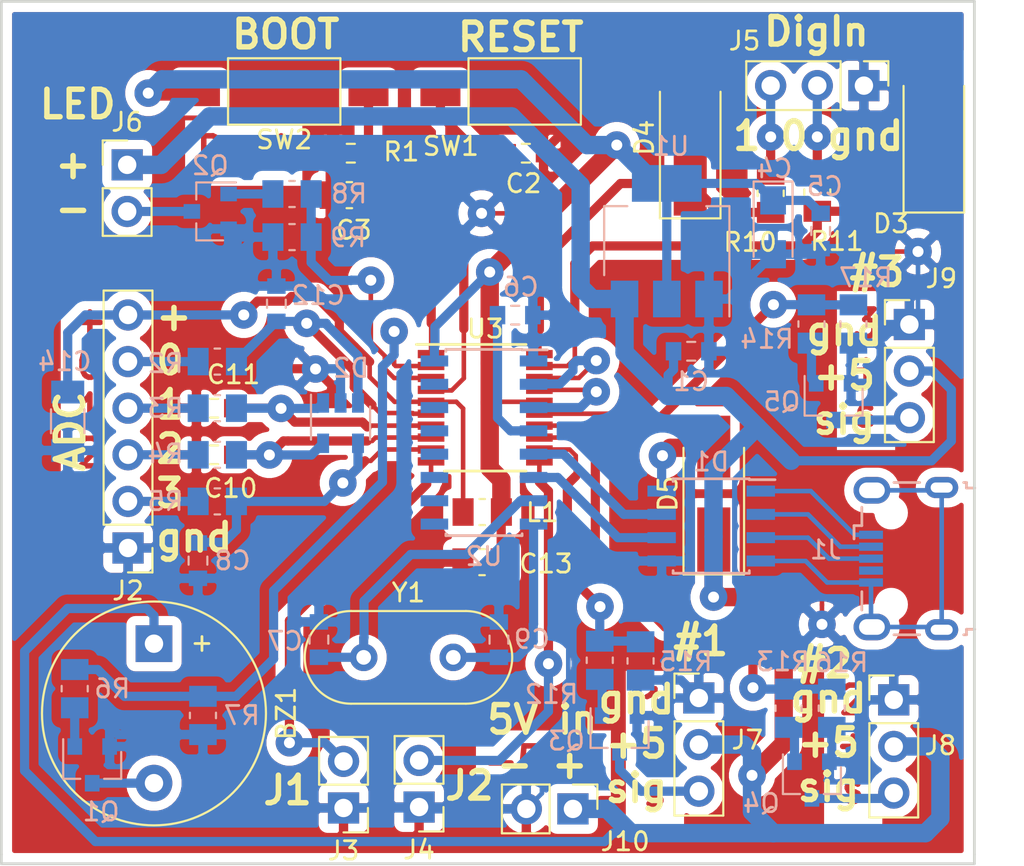
<source format=kicad_pcb>
(kicad_pcb (version 20171130) (host pcbnew "(6.0.0-rc1-dev-1613-ga55d9819b)")
  (layers (0 F.Cu signal) (31 B.Cu signal) (34 B.Paste user) (35 F.Paste user) (36 B.SilkS user) (37 F.SilkS user) (38 B.Mask user) (39 F.Mask user) (44 Edge.Cuts user))
  (net 0 "")
  (net 1 +3V3)
  (net 2 "Net-(BZ1-Pad2)")
  (net 3 GND)
  (net 4 "Net-(C7-Pad1)")
  (net 5 /ADC0)
  (net 6 /ADC1)
  (net 7 /ADC2)
  (net 8 /ADC3)
  (net 9 /DigIn0)
  (net 10 /DigIn1)
  (net 11 +5V)
  (net 12 "Net-(J2-Pad2)")
  (net 13 "Net-(J2-Pad3)")
  (net 14 "Net-(J2-Pad4)")
  (net 15 "Net-(J2-Pad5)")
  (net 16 /Jumper0)
  (net 17 /Jumper1)
  (net 18 "Net-(J5-Pad2)")
  (net 19 "Net-(J5-Pad3)")
  (net 20 "Net-(J6-Pad2)")
  (net 21 "Net-(J7-Pad3)")
  (net 22 "Net-(J8-Pad3)")
  (net 23 "Net-(J9-Pad3)")
  (net 24 /BOOT0)
  (net 25 "Net-(Q1-Pad1)")
  (net 26 /DigOut0)
  (net 27 "Net-(Q2-Pad1)")
  (net 28 /DigOut1)
  (net 29 /TIM3_CH1)
  (net 30 "Net-(Q3-Pad1)")
  (net 31 "Net-(Q4-Pad1)")
  (net 32 /TIM3_CH2)
  (net 33 /TIM3_CH4)
  (net 34 "Net-(Q5-Pad1)")
  (net 35 /USART_Rx)
  (net 36 /USART_Tx)
  (net 37 "Net-(C6-Pad1)")
  (net 38 /NRST)
  (net 39 +3.3VADC)
  (net 40 "Net-(C9-Pad1)")
  (net 41 "Net-(D1-Pad1)")
  (net 42 "Net-(D1-Pad2)")
  (net 43 "Net-(D1-Pad3)")
  (net 44 "Net-(D1-Pad4)")
  (net 45 "Net-(D1-Pad6)")
  (net 46 "Net-(D1-Pad7)")
  (net 47 "Net-(D1-Pad8)")
  (module modules:VIA (layer F.Cu) (at 159.6136 53.0352)
    (fp_text reference REF** hide)
    (fp_text value VIA hide)
    (pad 1 thru_hole circle (at 0 0) (size 1.5 1.5) (drill 0.6) (layers *.Cu *.Mask) (net 3 GND))
  )
  (module modules:VIA (layer F.Cu) (at 187.198 66.9544)
    (fp_text reference REF** hide)
    (fp_text value VIA hide)
    (pad 1 thru_hole circle (at 0 0) (size 1.5 1.5) (drill 0.6) (layers *.Cu *.Mask) (net 3 GND))
  )
  (module modules:VIA (layer F.Cu) (at 168.656 44.5516)
    (fp_text reference REF** hide)
    (fp_text value VIA hide)
    (pad 1 thru_hole circle (at 0 0) (size 1.5 1.5) (drill 0.6) (layers *.Cu *.Mask) (net 3 GND))
  )
  (module modules:VIA (layer F.Cu) (at 192.4304 46.6344)
    (fp_text reference REF** hide)
    (fp_text value VIA hide)
    (pad 1 thru_hole circle (at 0 0) (size 1.5 1.5) (drill 0.6) (layers *.Cu *.Mask) (net 3 GND))
  )
  (module Buzzer_Beeper:Buzzer_12x9.5RM7.6 (layer F.Cu) (at 150.8125 68.0085 270)
    (fp_text reference BZ1 (at 3.8 -7.2 270) (layer F.SilkS))
    (fp_text value Buzzer)
    (fp_text user + (at -0.01 -2.54 270) (layer F.SilkS))
    (pad 1 thru_hole rect (at 0 0 270) (size 2 2) (drill 1) (layers *.Cu *.Mask) (net 11 +5V))
    (pad 2 thru_hole circle (at 7.6 0 270) (size 2 2) (drill 1) (layers *.Cu *.Mask) (net 2 "Net-(BZ1-Pad2)"))
  )
  (module Capacitor_SMD:C_0603_1608Metric_Pad0.84x1.00mm_HandSolder (layer B.Cu) (at 159.796917 67.785207 90)
    (fp_text reference C7 (at -0.083593 -1.859717 180) (layer B.SilkS) (effects (justify mirror)))
    (fp_text value 22p)
    (pad 2 smd rect (at 0.9625 0 90) (size 0.845 1) (layers B.Cu B.Paste B.Mask) (net 3 GND))
    (pad 1 smd rect (at -0.9625 0 90) (size 0.845 1) (layers B.Cu B.Paste B.Mask) (net 4 "Net-(C7-Pad1)"))
  )
  (module Capacitor_SMD:C_0603_1608Metric_Pad0.84x1.00mm_HandSolder (layer B.Cu) (at 153.20906 63.480932 270)
    (fp_text reference C8 (at 0 -1.88334) (layer B.SilkS) (effects (justify mirror)))
    (fp_text value 0.1)
    (pad 1 smd rect (at -0.9625 0 270) (size 0.845 1) (layers B.Cu B.Paste B.Mask) (net 8 /ADC3))
    (pad 2 smd rect (at 0.9625 0 270) (size 0.845 1) (layers B.Cu B.Paste B.Mask) (net 3 GND))
  )
  (module Diode_SMD:D_SMA_Handsoldering (layer F.Cu) (at 193.294 40.1085 90)
    (fp_text reference D3 (at -5.0019 -2.3368 180) (layer F.SilkS))
    (fp_text value SMAJ5.0)
    (pad 2 smd rect (at 2.5 0 90) (size 3.5 1.8) (layers F.Cu F.Paste F.Mask) (net 3 GND))
    (pad 1 smd rect (at -2.5 0 90) (size 3.5 1.8) (layers F.Cu F.Paste F.Mask) (net 9 /DigIn0))
  )
  (module Connector_USB:USB_Micro-B_Wuerth-629105150521 (layer B.Cu) (at 191.77 63.373 270)
    (fp_text reference J1 (at -0.4826 4.3688) (layer B.SilkS) (effects (justify mirror)))
    (fp_text value USB_B_Micro)
    (pad 1 smd rect (at -1.3 1.9 270) (size 0.45 1.3) (layers B.Cu B.Paste B.Mask) (net 41 "Net-(D1-Pad1)"))
    (pad 2 smd rect (at -0.65 1.9 270) (size 0.45 1.3) (layers B.Cu B.Paste B.Mask) (net 42 "Net-(D1-Pad2)"))
    (pad 3 smd rect (at 0 1.9 270) (size 0.45 1.3) (layers B.Cu B.Paste B.Mask) (net 43 "Net-(D1-Pad3)"))
    (pad 4 smd rect (at 0.65 1.9 270) (size 0.45 1.3) (layers B.Cu B.Paste B.Mask))
    (pad 5 smd rect (at 1.3 1.9 270) (size 0.45 1.3) (layers B.Cu B.Paste B.Mask) (net 44 "Net-(D1-Pad4)"))
    (pad 6 thru_hole oval (at -3.725 1.85 270) (size 1.45 2) (drill oval 0.85 1.4) (layers *.Cu *.Mask) (net 44 "Net-(D1-Pad4)"))
    (pad 6 thru_hole oval (at 3.725 1.85 270) (size 1.45 2) (drill oval 0.85 1.4) (layers *.Cu *.Mask) (net 44 "Net-(D1-Pad4)"))
    (pad 6 thru_hole oval (at -3.875 -1.95 270) (size 1.15 1.8) (drill oval 0.55 1.2) (layers *.Cu *.Mask) (net 44 "Net-(D1-Pad4)"))
    (pad 6 thru_hole oval (at 3.875 -1.95 270) (size 1.15 1.8) (drill oval 0.55 1.2) (layers *.Cu *.Mask) (net 44 "Net-(D1-Pad4)"))
    (pad "" np_thru_hole oval (at -2.5 0.8 270) (size 0.8 0.8) (drill 0.8) (layers *.Cu *.Mask))
    (pad "" np_thru_hole oval (at 2.5 0.8 270) (size 0.8 0.8) (drill 0.8) (layers *.Cu *.Mask))
  )
  (module Connector_PinHeader_2.54mm:PinHeader_1x06_P2.54mm_Vertical (layer F.Cu) (at 149.39906 62.792432 180)
    (fp_text reference J2 (at 0 -2.33 180) (layer F.SilkS))
    (fp_text value ADC_in)
    (pad 1 thru_hole rect (at 0 0 180) (size 1.7 1.7) (drill 1) (layers *.Cu *.Mask) (net 3 GND))
    (pad 2 thru_hole oval (at 0 2.54 180) (size 1.7 1.7) (drill 1) (layers *.Cu *.Mask) (net 12 "Net-(J2-Pad2)"))
    (pad 3 thru_hole oval (at 0 5.08 180) (size 1.7 1.7) (drill 1) (layers *.Cu *.Mask) (net 13 "Net-(J2-Pad3)"))
    (pad 4 thru_hole oval (at 0 7.62 180) (size 1.7 1.7) (drill 1) (layers *.Cu *.Mask) (net 14 "Net-(J2-Pad4)"))
    (pad 5 thru_hole oval (at 0 10.16 180) (size 1.7 1.7) (drill 1) (layers *.Cu *.Mask) (net 15 "Net-(J2-Pad5)"))
    (pad 6 thru_hole oval (at 0 12.7 180) (size 1.7 1.7) (drill 1) (layers *.Cu *.Mask) (net 39 +3.3VADC))
  )
  (module Connector_PinHeader_2.54mm:PinHeader_1x02_P2.54mm_Vertical (layer F.Cu) (at 161.1376 76.962 180)
    (fp_text reference J3 (at 0 -2.33 180) (layer F.SilkS))
    (fp_text value Jumper0)
    (pad 2 thru_hole oval (at 0 2.54 180) (size 1.7 1.7) (drill 1) (layers *.Cu *.Mask) (net 16 /Jumper0))
    (pad 1 thru_hole rect (at 0 0 180) (size 1.7 1.7) (drill 1) (layers *.Cu *.Mask) (net 3 GND))
  )
  (module Connector_PinHeader_2.54mm:PinHeader_1x02_P2.54mm_Vertical (layer F.Cu) (at 165.2524 76.9112 180)
    (fp_text reference J4 (at 0 -2.33 180) (layer F.SilkS))
    (fp_text value Jumper1)
    (pad 1 thru_hole rect (at 0 0 180) (size 1.7 1.7) (drill 1) (layers *.Cu *.Mask) (net 3 GND))
    (pad 2 thru_hole oval (at 0 2.54 180) (size 1.7 1.7) (drill 1) (layers *.Cu *.Mask) (net 17 /Jumper1))
  )
  (module Connector_PinHeader_2.54mm:PinHeader_1x03_P2.54mm_Vertical (layer F.Cu) (at 189.484 37.592 270)
    (fp_text reference J5 (at -2.4384 6.5024) (layer F.SilkS))
    (fp_text value Dig_In)
    (pad 1 thru_hole rect (at 0 0 270) (size 1.7 1.7) (drill 1) (layers *.Cu *.Mask) (net 3 GND))
    (pad 2 thru_hole oval (at 0 2.54 270) (size 1.7 1.7) (drill 1) (layers *.Cu *.Mask) (net 18 "Net-(J5-Pad2)"))
    (pad 3 thru_hole oval (at 0 5.08 270) (size 1.7 1.7) (drill 1) (layers *.Cu *.Mask) (net 19 "Net-(J5-Pad3)"))
  )
  (module Connector_PinHeader_2.54mm:PinHeader_1x02_P2.54mm_Vertical (layer F.Cu) (at 149.352 41.91)
    (fp_text reference J6 (at 0 -2.33) (layer F.SilkS))
    (fp_text value Ext_LED)
    (pad 1 thru_hole rect (at 0 0) (size 1.7 1.7) (drill 1) (layers *.Cu *.Mask) (net 11 +5V))
    (pad 2 thru_hole oval (at 0 2.54) (size 1.7 1.7) (drill 1) (layers *.Cu *.Mask) (net 20 "Net-(J6-Pad2)"))
  )
  (module Connector_PinHeader_2.54mm:PinHeader_1x03_P2.54mm_Vertical (layer F.Cu) (at 180.4924 70.9676)
    (fp_text reference J7 (at 2.6416 2.286) (layer F.SilkS))
    (fp_text value Servo1)
    (pad 3 thru_hole oval (at 0 5.08) (size 1.7 1.7) (drill 1) (layers *.Cu *.Mask) (net 21 "Net-(J7-Pad3)"))
    (pad 2 thru_hole oval (at 0 2.54) (size 1.7 1.7) (drill 1) (layers *.Cu *.Mask) (net 11 +5V))
    (pad 1 thru_hole rect (at 0 0) (size 1.7 1.7) (drill 1) (layers *.Cu *.Mask) (net 3 GND))
  )
  (module Connector_PinHeader_2.54mm:PinHeader_1x03_P2.54mm_Vertical (layer F.Cu) (at 191.1096 71.0692)
    (fp_text reference J8 (at 2.54 2.4892) (layer F.SilkS))
    (fp_text value Servo2)
    (pad 1 thru_hole rect (at 0 0) (size 1.7 1.7) (drill 1) (layers *.Cu *.Mask) (net 3 GND))
    (pad 2 thru_hole oval (at 0 2.54) (size 1.7 1.7) (drill 1) (layers *.Cu *.Mask) (net 11 +5V))
    (pad 3 thru_hole oval (at 0 5.08) (size 1.7 1.7) (drill 1) (layers *.Cu *.Mask) (net 22 "Net-(J8-Pad3)"))
  )
  (module Connector_PinHeader_2.54mm:PinHeader_1x03_P2.54mm_Vertical (layer F.Cu) (at 191.9605 50.6095)
    (fp_text reference J9 (at 1.7399 -2.5019) (layer F.SilkS))
    (fp_text value Servo3)
    (pad 3 thru_hole oval (at 0 5.08) (size 1.7 1.7) (drill 1) (layers *.Cu *.Mask) (net 23 "Net-(J9-Pad3)"))
    (pad 2 thru_hole oval (at 0 2.54) (size 1.7 1.7) (drill 1) (layers *.Cu *.Mask) (net 11 +5V))
    (pad 1 thru_hole rect (at 0 0) (size 1.7 1.7) (drill 1) (layers *.Cu *.Mask) (net 3 GND))
  )
  (module Resistor_SMD:R_0805_2012Metric_Pad1.15x1.50mm_HandSolder (layer F.Cu) (at 161.454 43.561)
    (fp_text reference R1 (at 2.8332 -2.3622) (layer F.SilkS))
    (fp_text value 10k)
    (pad 1 smd rect (at -1.0425 0) (size 1.145 1.5) (layers F.Cu F.Paste F.Mask) (net 3 GND))
    (pad 2 smd rect (at 1.0425 0) (size 1.145 1.5) (layers F.Cu F.Paste F.Mask) (net 24 /BOOT0))
  )
  (module Resistor_SMD:R_0805_2012Metric_Pad1.15x1.50mm_HandSolder (layer B.Cu) (at 154.26206 52.632432 180)
    (fp_text reference R2 (at 2.82726 -0.097968 180) (layer B.SilkS) (effects (justify mirror)))
    (fp_text value 220)
    (pad 2 smd rect (at 1.0425 0 180) (size 1.145 1.5) (layers B.Cu B.Paste B.Mask) (net 15 "Net-(J2-Pad5)"))
    (pad 1 smd rect (at -1.0425 0 180) (size 1.145 1.5) (layers B.Cu B.Paste B.Mask) (net 5 /ADC0))
  )
  (module Resistor_SMD:R_0805_2012Metric_Pad1.15x1.50mm_HandSolder (layer B.Cu) (at 154.26206 55.172432 180)
    (fp_text reference R3 (at 2.82726 0.003632 180) (layer B.SilkS) (effects (justify mirror)))
    (fp_text value 220)
    (pad 1 smd rect (at -1.0425 0 180) (size 1.145 1.5) (layers B.Cu B.Paste B.Mask) (net 6 /ADC1))
    (pad 2 smd rect (at 1.0425 0 180) (size 1.145 1.5) (layers B.Cu B.Paste B.Mask) (net 14 "Net-(J2-Pad4)"))
  )
  (module Resistor_SMD:R_0805_2012Metric_Pad1.15x1.50mm_HandSolder (layer B.Cu) (at 154.26206 57.712432 180)
    (fp_text reference R4 (at 2.82726 0.054432 180) (layer B.SilkS) (effects (justify mirror)))
    (fp_text value 220)
    (pad 2 smd rect (at 1.0425 0 180) (size 1.145 1.5) (layers B.Cu B.Paste B.Mask) (net 13 "Net-(J2-Pad3)"))
    (pad 1 smd rect (at -1.0425 0 180) (size 1.145 1.5) (layers B.Cu B.Paste B.Mask) (net 7 /ADC2))
  )
  (module Resistor_SMD:R_0805_2012Metric_Pad1.15x1.50mm_HandSolder (layer B.Cu) (at 154.26206 60.252432 180)
    (fp_text reference R5 (at 2.82726 0.003632 180) (layer B.SilkS) (effects (justify mirror)))
    (fp_text value 220)
    (pad 1 smd rect (at -1.0425 0 180) (size 1.145 1.5) (layers B.Cu B.Paste B.Mask) (net 8 /ADC3))
    (pad 2 smd rect (at 1.0425 0 180) (size 1.145 1.5) (layers B.Cu B.Paste B.Mask) (net 12 "Net-(J2-Pad2)"))
  )
  (module Resistor_SMD:R_0805_2012Metric_Pad1.15x1.50mm_HandSolder (layer B.Cu) (at 146.4945 70.4585 90)
    (fp_text reference R6 (at -0.0011 2.0447 180) (layer B.SilkS) (effects (justify mirror)))
    (fp_text value 510)
    (pad 1 smd rect (at -1.0425 0 90) (size 1.145 1.5) (layers B.Cu B.Paste B.Mask) (net 25 "Net-(Q1-Pad1)"))
    (pad 2 smd rect (at 1.0425 0 90) (size 1.145 1.5) (layers B.Cu B.Paste B.Mask) (net 26 /DigOut0))
  )
  (module Resistor_SMD:R_0805_2012Metric_Pad1.15x1.50mm_HandSolder (layer B.Cu) (at 153.4795 71.919 90)
    (fp_text reference R7 (at 0 2.1209 180) (layer B.SilkS) (effects (justify mirror)))
    (fp_text value 10k)
    (pad 2 smd rect (at 1.0425 0 90) (size 1.145 1.5) (layers B.Cu B.Paste B.Mask) (net 26 /DigOut0))
    (pad 1 smd rect (at -1.0425 0 90) (size 1.145 1.5) (layers B.Cu B.Paste B.Mask) (net 3 GND))
  )
  (module Resistor_SMD:R_0805_2012Metric_Pad1.15x1.50mm_HandSolder (layer B.Cu) (at 158.332 43.4975)
    (fp_text reference R8 (at 3.1104 -0.0127) (layer B.SilkS) (effects (justify mirror)))
    (fp_text value 510)
    (pad 1 smd rect (at -1.0425 0) (size 1.145 1.5) (layers B.Cu B.Paste B.Mask) (net 27 "Net-(Q2-Pad1)"))
    (pad 2 smd rect (at 1.0425 0) (size 1.145 1.5) (layers B.Cu B.Paste B.Mask) (net 28 /DigOut1))
  )
  (module Resistor_SMD:R_0805_2012Metric_Pad1.15x1.50mm_HandSolder (layer B.Cu) (at 158.332 45.847)
    (fp_text reference R9 (at 3.0596 0.0254) (layer B.SilkS) (effects (justify mirror)))
    (fp_text value 10k)
    (pad 2 smd rect (at 1.0425 0) (size 1.145 1.5) (layers B.Cu B.Paste B.Mask) (net 28 /DigOut1))
    (pad 1 smd rect (at -1.0425 0) (size 1.145 1.5) (layers B.Cu B.Paste B.Mask) (net 3 GND))
  )
  (module Resistor_SMD:R_0805_2012Metric_Pad1.15x1.50mm_HandSolder (layer F.Cu) (at 184.404 43.4605 90)
    (fp_text reference R10 (at -2.6659 -1.1176 180) (layer F.SilkS))
    (fp_text value 1k)
    (pad 2 smd rect (at 1.0425 0 90) (size 1.145 1.5) (layers F.Cu F.Paste F.Mask) (net 19 "Net-(J5-Pad3)"))
    (pad 1 smd rect (at -1.0425 0 90) (size 1.145 1.5) (layers F.Cu F.Paste F.Mask) (net 10 /DigIn1))
  )
  (module Resistor_SMD:R_0805_2012Metric_Pad1.15x1.50mm_HandSolder (layer F.Cu) (at 186.944 43.397 90)
    (fp_text reference R11 (at -2.6786 1.0668 180) (layer F.SilkS))
    (fp_text value 1k)
    (pad 1 smd rect (at -1.0425 0 90) (size 1.145 1.5) (layers F.Cu F.Paste F.Mask) (net 9 /DigIn0))
    (pad 2 smd rect (at 1.0425 0 90) (size 1.145 1.5) (layers F.Cu F.Paste F.Mask) (net 18 "Net-(J5-Pad2)"))
  )
  (module Resistor_SMD:R_0805_2012Metric_Pad1.15x1.50mm_HandSolder (layer B.Cu) (at 175.0949 68.9102 90)
    (fp_text reference R12 (at -1.8542 -2.6289 180) (layer B.SilkS) (effects (justify mirror)))
    (fp_text value 510)
    (pad 2 smd rect (at 1.0425 0 90) (size 1.145 1.5) (layers B.Cu B.Paste B.Mask) (net 29 /TIM3_CH1))
    (pad 1 smd rect (at -1.0425 0 90) (size 1.145 1.5) (layers B.Cu B.Paste B.Mask) (net 30 "Net-(Q3-Pad1)"))
  )
  (module Resistor_SMD:R_0805_2012Metric_Pad1.15x1.50mm_HandSolder (layer B.Cu) (at 185.3819 71.5253 90)
    (fp_text reference R13 (at 2.5389 -0.3175 180) (layer B.SilkS) (effects (justify mirror)))
    (fp_text value 510)
    (pad 1 smd rect (at -1.0425 0 90) (size 1.145 1.5) (layers B.Cu B.Paste B.Mask) (net 31 "Net-(Q4-Pad1)"))
    (pad 2 smd rect (at 1.0425 0 90) (size 1.145 1.5) (layers B.Cu B.Paste B.Mask) (net 32 /TIM3_CH2))
  )
  (module Resistor_SMD:R_0805_2012Metric_Pad1.15x1.50mm_HandSolder (layer B.Cu) (at 186.6265 50.583 90)
    (fp_text reference R14 (at -0.8266 -2.4257 180) (layer B.SilkS) (effects (justify mirror)))
    (fp_text value 510)
    (pad 2 smd rect (at 1.0425 0 90) (size 1.145 1.5) (layers B.Cu B.Paste B.Mask) (net 33 /TIM3_CH4))
    (pad 1 smd rect (at -1.0425 0 90) (size 1.145 1.5) (layers B.Cu B.Paste B.Mask) (net 34 "Net-(Q5-Pad1)"))
  )
  (module Resistor_SMD:R_0805_2012Metric_Pad1.15x1.50mm_HandSolder (layer B.Cu) (at 177.3174 68.9472 90)
    (fp_text reference R15 (at -0.0392 2.4638 180) (layer B.SilkS) (effects (justify mirror)))
    (fp_text value 10k)
    (pad 1 smd rect (at -1.0425 0 90) (size 1.145 1.5) (layers B.Cu B.Paste B.Mask) (net 3 GND))
    (pad 2 smd rect (at 1.0425 0 90) (size 1.145 1.5) (layers B.Cu B.Paste B.Mask) (net 29 /TIM3_CH1))
  )
  (module Resistor_SMD:R_0805_2012Metric_Pad1.15x1.50mm_HandSolder (layer B.Cu) (at 187.7314 71.5253 90)
    (fp_text reference R16 (at 2.4881 0.5334 180) (layer B.SilkS) (effects (justify mirror)))
    (fp_text value 10k)
    (pad 1 smd rect (at -1.0425 0 90) (size 1.145 1.5) (layers B.Cu B.Paste B.Mask) (net 3 GND))
    (pad 2 smd rect (at 1.0425 0 90) (size 1.145 1.5) (layers B.Cu B.Paste B.Mask) (net 32 /TIM3_CH2))
  )
  (module Resistor_SMD:R_0805_2012Metric_Pad1.15x1.50mm_HandSolder (layer B.Cu) (at 188.9125 50.583 90)
    (fp_text reference R17 (at 2.5262 0.6731 180) (layer B.SilkS) (effects (justify mirror)))
    (fp_text value 10k)
    (pad 2 smd rect (at 1.0425 0 90) (size 1.145 1.5) (layers B.Cu B.Paste B.Mask) (net 33 /TIM3_CH4))
    (pad 1 smd rect (at -1.0425 0 90) (size 1.145 1.5) (layers B.Cu B.Paste B.Mask) (net 3 GND))
  )
  (module Crystal:Crystal_HC49-U_Vertical (layer F.Cu) (at 162.235317 68.753107)
    (fp_text reference Y1 (at 2.44 -3.525) (layer F.SilkS))
    (fp_text value 12MHz)
    (pad 1 thru_hole circle (at 0 0) (size 1.5 1.5) (drill 0.8) (layers *.Cu *.Mask) (net 4 "Net-(C7-Pad1)"))
    (pad 2 thru_hole circle (at 4.88 0) (size 1.5 1.5) (drill 0.8) (layers *.Cu *.Mask) (net 40 "Net-(C9-Pad1)"))
  )
  (module Button_Switch_SMD:SW_SPST_FSMSM (layer F.Cu) (at 171.0055 37.9095)
    (fp_text reference SW1 (at -4.0259 2.9845) (layer F.SilkS))
    (fp_text value Reset)
    (pad 1 smd rect (at -4.59 0) (size 2.18 1.6) (layers F.Cu F.Paste F.Mask) (net 38 /NRST))
    (pad 2 smd rect (at 4.59 0) (size 2.18 1.6) (layers F.Cu F.Paste F.Mask) (net 3 GND))
  )
  (module Button_Switch_SMD:SW_SPST_FSMSM (layer F.Cu) (at 157.9065 37.9095 180)
    (fp_text reference SW2 (at 0 -2.6289 180) (layer F.SilkS))
    (fp_text value Boot)
    (pad 2 smd rect (at 4.59 0 180) (size 2.18 1.6) (layers F.Cu F.Paste F.Mask) (net 1 +3V3))
    (pad 1 smd rect (at -4.59 0 180) (size 2.18 1.6) (layers F.Cu F.Paste F.Mask) (net 24 /BOOT0))
  )
  (module Capacitor_SMD:C_0603_1608Metric_Pad0.84x1.00mm_HandSolder (layer B.Cu) (at 180.076 52.07)
    (fp_text reference C1 (at 0 1.65) (layer B.SilkS) (effects (justify mirror)))
    (fp_text value 0.1)
    (pad 1 smd rect (at -0.9625 0) (size 0.845 1) (layers B.Cu B.Paste B.Mask) (net 11 +5V))
    (pad 2 smd rect (at 0.9625 0) (size 0.845 1) (layers B.Cu B.Paste B.Mask) (net 3 GND))
  )
  (module Capacitor_SMD:C_0603_1608Metric_Pad0.84x1.00mm_HandSolder (layer F.Cu) (at 171.069 41.275)
    (fp_text reference C2 (at -0.127 1.651) (layer F.SilkS))
    (fp_text value 0.1)
    (pad 2 smd rect (at 0.9625 0) (size 0.845 1) (layers F.Cu F.Paste F.Mask) (net 3 GND))
    (pad 1 smd rect (at -0.9625 0) (size 0.845 1) (layers F.Cu F.Paste F.Mask) (net 38 /NRST))
  )
  (module Capacitor_SMD:C_0603_1608Metric_Pad0.84x1.00mm_HandSolder (layer F.Cu) (at 161.534 41.275 180)
    (fp_text reference C3 (at -0.1624 -4.191 180) (layer F.SilkS))
    (fp_text value 0.1)
    (pad 1 smd rect (at -0.9625 0 180) (size 0.845 1) (layers F.Cu F.Paste F.Mask) (net 24 /BOOT0))
    (pad 2 smd rect (at 0.9625 0 180) (size 0.845 1) (layers F.Cu F.Paste F.Mask) (net 3 GND))
  )
  (module Capacitor_SMD:C_0603_1608Metric_Pad0.84x1.00mm_HandSolder (layer B.Cu) (at 187.127317 45.514807 270)
    (fp_text reference C5 (at -2.436407 -0.223083) (layer B.SilkS) (effects (justify mirror)))
    (fp_text value 0.1)
    (pad 2 smd rect (at 0.9625 0 270) (size 0.845 1) (layers B.Cu B.Paste B.Mask) (net 3 GND))
    (pad 1 smd rect (at -0.9625 0 270) (size 0.845 1) (layers B.Cu B.Paste B.Mask) (net 1 +3V3))
  )
  (module Capacitor_SMD:C_0603_1608Metric_Pad0.84x1.00mm_HandSolder (layer B.Cu) (at 170.4875 50.1015)
    (fp_text reference C6 (at 0.3021 -1.5367) (layer B.SilkS) (effects (justify mirror)))
    (fp_text value 0.1)
    (pad 2 smd rect (at 0.9625 0) (size 0.845 1) (layers B.Cu B.Paste B.Mask) (net 3 GND))
    (pad 1 smd rect (at -0.9625 0) (size 0.845 1) (layers B.Cu B.Paste B.Mask) (net 37 "Net-(C6-Pad1)"))
  )
  (module Capacitor_SMD:C_0603_1608Metric_Pad0.84x1.00mm_HandSolder (layer B.Cu) (at 169.601317 67.787907 90)
    (fp_text reference C9 (at 0.020707 1.797883 180) (layer B.SilkS) (effects (justify mirror)))
    (fp_text value 22p)
    (pad 1 smd rect (at -0.9625 0 90) (size 0.845 1) (layers B.Cu B.Paste B.Mask) (net 40 "Net-(C9-Pad1)"))
    (pad 2 smd rect (at 0.9625 0 90) (size 0.845 1) (layers B.Cu B.Paste B.Mask) (net 3 GND))
  )
  (module Capacitor_SMD:C_0603_1608Metric_Pad0.84x1.00mm_HandSolder (layer F.Cu) (at 154.08806 57.712432 180)
    (fp_text reference C10 (at -0.90274 -1.825168 180) (layer F.SilkS))
    (fp_text value 0.1)
    (pad 1 smd rect (at -0.9625 0 180) (size 0.845 1) (layers F.Cu F.Paste F.Mask) (net 7 /ADC2))
    (pad 2 smd rect (at 0.9625 0 180) (size 0.845 1) (layers F.Cu F.Paste F.Mask) (net 3 GND))
  )
  (module Capacitor_SMD:C_0603_1608Metric_Pad0.84x1.00mm_HandSolder (layer F.Cu) (at 154.08806 55.172432 180)
    (fp_text reference C11 (at -1.05514 1.832432 180) (layer F.SilkS))
    (fp_text value 0.1)
    (pad 2 smd rect (at 0.9625 0 180) (size 0.845 1) (layers F.Cu F.Paste F.Mask) (net 3 GND))
    (pad 1 smd rect (at -0.9625 0 180) (size 0.845 1) (layers F.Cu F.Paste F.Mask) (net 6 /ADC1))
  )
  (module Capacitor_SMD:C_0603_1608Metric_Pad0.84x1.00mm_HandSolder (layer B.Cu) (at 157.48 49.4792 90)
    (fp_text reference C12 (at 0.4572 2.286 180) (layer B.SilkS) (effects (justify mirror)))
    (fp_text value 0.1)
    (pad 1 smd rect (at -0.9625 0 90) (size 0.845 1) (layers B.Cu B.Paste B.Mask) (net 5 /ADC0))
    (pad 2 smd rect (at 0.9625 0 90) (size 0.845 1) (layers B.Cu B.Paste B.Mask) (net 3 GND))
  )
  (module Capacitor_Tantalum_SMD:CP_EIA-3216-18_Kemet-A_Pad1.53x1.40mm_HandSolder (layer B.Cu) (at 184.536517 45.314607 270)
    (fp_text reference C4 (at -3.201407 -0.070683) (layer B.SilkS) (effects (justify mirror)))
    (fp_text value 47u)
    (pad 1 smd rect (at -1.4675 0 270) (size 1.535 1.4) (layers B.Cu B.Paste B.Mask) (net 1 +3V3))
    (pad 2 smd rect (at 1.4675 0 270) (size 1.535 1.4) (layers B.Cu B.Paste B.Mask) (net 3 GND))
  )
  (module Package_TO_SOT_SMD:SOT-23 (layer B.Cu) (at 147.447 74.6125 270)
    (fp_text reference Q1 (at 2.5527 -0.4826) (layer B.SilkS) (effects (justify mirror)))
    (fp_text value 2N7002)
    (pad 1 smd rect (at -1 0.95 270) (size 0.9 0.8) (layers B.Cu B.Paste B.Mask) (net 25 "Net-(Q1-Pad1)"))
    (pad 2 smd rect (at -1 -0.95 270) (size 0.9 0.8) (layers B.Cu B.Paste B.Mask) (net 3 GND))
    (pad 3 smd rect (at 1 0 270) (size 0.9 0.8) (layers B.Cu B.Paste B.Mask) (net 2 "Net-(BZ1-Pad2)"))
  )
  (module Package_TO_SOT_SMD:SOT-23 (layer B.Cu) (at 153.8765 44.4475 180)
    (fp_text reference Q2 (at 0 2.5 180) (layer B.SilkS) (effects (justify mirror)))
    (fp_text value SI2300)
    (pad 3 smd rect (at 1 0 180) (size 0.9 0.8) (layers B.Cu B.Paste B.Mask) (net 20 "Net-(J6-Pad2)"))
    (pad 2 smd rect (at -1 -0.95 180) (size 0.9 0.8) (layers B.Cu B.Paste B.Mask) (net 3 GND))
    (pad 1 smd rect (at -1 0.95 180) (size 0.9 0.8) (layers B.Cu B.Paste B.Mask) (net 27 "Net-(Q2-Pad1)"))
  )
  (module Package_TO_SOT_SMD:SOT-23 (layer B.Cu) (at 176.1744 72.9267 270)
    (fp_text reference Q3 (at 0.3777 2.8956) (layer B.SilkS) (effects (justify mirror)))
    (fp_text value 2N7002)
    (pad 1 smd rect (at -1 0.95 270) (size 0.9 0.8) (layers B.Cu B.Paste B.Mask) (net 30 "Net-(Q3-Pad1)"))
    (pad 2 smd rect (at -1 -0.95 270) (size 0.9 0.8) (layers B.Cu B.Paste B.Mask) (net 3 GND))
    (pad 3 smd rect (at 1 0 270) (size 0.9 0.8) (layers B.Cu B.Paste B.Mask) (net 21 "Net-(J7-Pad3)"))
  )
  (module Package_TO_SOT_SMD:SOT-23 (layer B.Cu) (at 186.6519 75.4413 270)
    (fp_text reference Q4 (at 1.2667 2.7559) (layer B.SilkS) (effects (justify mirror)))
    (fp_text value 2N7002)
    (pad 1 smd rect (at -1 0.95 270) (size 0.9 0.8) (layers B.Cu B.Paste B.Mask) (net 31 "Net-(Q4-Pad1)"))
    (pad 2 smd rect (at -1 -0.95 270) (size 0.9 0.8) (layers B.Cu B.Paste B.Mask) (net 3 GND))
    (pad 3 smd rect (at 1 0 270) (size 0.9 0.8) (layers B.Cu B.Paste B.Mask) (net 22 "Net-(J8-Pad3)"))
  )
  (module Package_TO_SOT_SMD:SOT-23 (layer B.Cu) (at 187.833 54.8165 270)
    (fp_text reference Q5 (at 0 2.8194) (layer B.SilkS) (effects (justify mirror)))
    (fp_text value 2N7002)
    (pad 3 smd rect (at 1 0 270) (size 0.9 0.8) (layers B.Cu B.Paste B.Mask) (net 23 "Net-(J9-Pad3)"))
    (pad 2 smd rect (at -1 -0.95 270) (size 0.9 0.8) (layers B.Cu B.Paste B.Mask) (net 3 GND))
    (pad 1 smd rect (at -1 0.95 270) (size 0.9 0.8) (layers B.Cu B.Paste B.Mask) (net 34 "Net-(Q5-Pad1)"))
  )
  (module Capacitor_SMD:C_0805_2012Metric_Pad1.15x1.50mm_HandSolder (layer F.Cu) (at 168.6825 63.5635 180)
    (fp_text reference C13 (at -3.4787 -0.0889 180) (layer F.SilkS))
    (fp_text value 1u)
    (pad 1 smd rect (at -1.0425 0 180) (size 1.145 1.5) (layers F.Cu F.Paste F.Mask) (net 1 +3V3))
    (pad 2 smd rect (at 1.0425 0 180) (size 1.145 1.5) (layers F.Cu F.Paste F.Mask) (net 3 GND))
  )
  (module Capacitor_SMD:C_1206_3216Metric_Pad1.24x1.80mm_HandSolder (layer B.Cu) (at 146.1135 55.885 90)
    (fp_text reference C14 (at 3.2562 -0.1651 180) (layer B.SilkS) (effects (justify mirror)))
    (fp_text value 10u)
    (pad 1 smd rect (at -1.5925 0 90) (size 1.245 1.8) (layers B.Cu B.Paste B.Mask) (net 3 GND))
    (pad 2 smd rect (at 1.5925 0 90) (size 1.245 1.8) (layers B.Cu B.Paste B.Mask) (net 39 +3.3VADC))
  )
  (module Inductor_SMD:L_0805_2012Metric_Pad1.15x1.50mm_HandSolder (layer F.Cu) (at 168.693 60.833 180)
    (fp_text reference L1 (at -3.265 -0.0254 180) (layer F.SilkS))
    (fp_text value "BMBA 0.1mH")
    (pad 1 smd rect (at -1.0425 0 180) (size 1.145 1.5) (layers F.Cu F.Paste F.Mask) (net 1 +3V3))
    (pad 2 smd rect (at 1.0425 0 180) (size 1.145 1.5) (layers F.Cu F.Paste F.Mask) (net 39 +3.3VADC))
  )
  (module Package_SOIC:SOIC-8_3.9x4.9mm_P1.27mm (layer B.Cu) (at 181.1655 61.595 180)
    (fp_text reference D1 (at 0 3.5 180) (layer B.SilkS) (effects (justify mirror)))
    (fp_text value USB6B1)
    (pad 1 smd rect (at -2.7 1.905 180) (size 1.55 0.6) (layers B.Cu B.Paste B.Mask) (net 41 "Net-(D1-Pad1)"))
    (pad 2 smd rect (at -2.7 0.635 180) (size 1.55 0.6) (layers B.Cu B.Paste B.Mask) (net 42 "Net-(D1-Pad2)"))
    (pad 3 smd rect (at -2.7 -0.635 180) (size 1.55 0.6) (layers B.Cu B.Paste B.Mask) (net 43 "Net-(D1-Pad3)"))
    (pad 4 smd rect (at -2.7 -1.905 180) (size 1.55 0.6) (layers B.Cu B.Paste B.Mask) (net 44 "Net-(D1-Pad4)"))
    (pad 5 smd rect (at 2.7 -1.905 180) (size 1.55 0.6) (layers B.Cu B.Paste B.Mask) (net 3 GND))
    (pad 6 smd rect (at 2.7 -0.635 180) (size 1.55 0.6) (layers B.Cu B.Paste B.Mask) (net 45 "Net-(D1-Pad6)"))
    (pad 7 smd rect (at 2.7 0.635 180) (size 1.55 0.6) (layers B.Cu B.Paste B.Mask) (net 46 "Net-(D1-Pad7)"))
    (pad 8 smd rect (at 2.7 1.905 180) (size 1.55 0.6) (layers B.Cu B.Paste B.Mask) (net 47 "Net-(D1-Pad8)"))
  )
  (module Package_TO_SOT_SMD:SOT-23-5 (layer B.Cu) (at 160.975 55.9865 270)
    (fp_text reference D2 (at -3.0021 -0.569) (layer B.SilkS) (effects (justify mirror)))
    (fp_text value SP0504BAHT)
    (pad 1 smd rect (at -1.1 0.95 270) (size 1.06 0.65) (layers B.Cu B.Paste B.Mask) (net 6 /ADC1))
    (pad 2 smd rect (at -1.1 0 270) (size 1.06 0.65) (layers B.Cu B.Paste B.Mask) (net 3 GND))
    (pad 3 smd rect (at -1.1 -0.95 270) (size 1.06 0.65) (layers B.Cu B.Paste B.Mask) (net 5 /ADC0))
    (pad 4 smd rect (at 1.1 -0.95 270) (size 1.06 0.65) (layers B.Cu B.Paste B.Mask) (net 8 /ADC3))
    (pad 5 smd rect (at 1.1 0.95 270) (size 1.06 0.65) (layers B.Cu B.Paste B.Mask) (net 7 /ADC2))
  )
  (module Diode_SMD:D_SMA_Handsoldering (layer F.Cu) (at 180.0225 40.426 90)
    (fp_text reference D4 (at 0 -2.5 90) (layer F.SilkS))
    (fp_text value SMAJ5.0)
    (pad 1 smd rect (at -2.5 0 90) (size 3.5 1.8) (layers F.Cu F.Paste F.Mask) (net 10 /DigIn1))
    (pad 2 smd rect (at 2.5 0 90) (size 3.5 1.8) (layers F.Cu F.Paste F.Mask) (net 3 GND))
  )
  (module Package_SOIC:SOIC-16_3.9x9.9mm_P1.27mm (layer B.Cu) (at 168.788517 57.043707 180)
    (fp_text reference U2 (at 0 -6.202293 180) (layer B.SilkS) (effects (justify mirror)))
    (fp_text value CH340G)
    (pad 1 smd rect (at -2.7 4.445 180) (size 1.5 0.6) (layers B.Cu B.Paste B.Mask) (net 3 GND))
    (pad 2 smd rect (at -2.7 3.175 180) (size 1.5 0.6) (layers B.Cu B.Paste B.Mask) (net 35 /USART_Rx))
    (pad 3 smd rect (at -2.7 1.905 180) (size 1.5 0.6) (layers B.Cu B.Paste B.Mask) (net 36 /USART_Tx))
    (pad 4 smd rect (at -2.7 0.635 180) (size 1.5 0.6) (layers B.Cu B.Paste B.Mask) (net 37 "Net-(C6-Pad1)"))
    (pad 5 smd rect (at -2.7 -0.635 180) (size 1.5 0.6) (layers B.Cu B.Paste B.Mask) (net 46 "Net-(D1-Pad7)"))
    (pad 6 smd rect (at -2.7 -1.905 180) (size 1.5 0.6) (layers B.Cu B.Paste B.Mask) (net 45 "Net-(D1-Pad6)"))
    (pad 7 smd rect (at -2.7 -3.175 180) (size 1.5 0.6) (layers B.Cu B.Paste B.Mask) (net 4 "Net-(C7-Pad1)"))
    (pad 8 smd rect (at -2.7 -4.445 180) (size 1.5 0.6) (layers B.Cu B.Paste B.Mask) (net 40 "Net-(C9-Pad1)"))
    (pad 9 smd rect (at 2.7 -4.445 180) (size 1.5 0.6) (layers B.Cu B.Paste B.Mask))
    (pad 10 smd rect (at 2.7 -3.175 180) (size 1.5 0.6) (layers B.Cu B.Paste B.Mask))
    (pad 11 smd rect (at 2.7 -1.905 180) (size 1.5 0.6) (layers B.Cu B.Paste B.Mask))
    (pad 12 smd rect (at 2.7 -0.635 180) (size 1.5 0.6) (layers B.Cu B.Paste B.Mask))
    (pad 13 smd rect (at 2.7 0.635 180) (size 1.5 0.6) (layers B.Cu B.Paste B.Mask))
    (pad 14 smd rect (at 2.7 1.905 180) (size 1.5 0.6) (layers B.Cu B.Paste B.Mask))
    (pad 15 smd rect (at 2.7 3.175 180) (size 1.5 0.6) (layers B.Cu B.Paste B.Mask))
    (pad 16 smd rect (at 2.7 4.445 180) (size 1.5 0.6) (layers B.Cu B.Paste B.Mask) (net 1 +3V3))
  )
  (module Package_SSOP:TSSOP-20_4.4x6.5mm_P0.65mm (layer F.Cu) (at 168.8556 55.1486)
    (fp_text reference U3 (at 0 -4.3) (layer F.SilkS))
    (fp_text value STM32F030F4Px)
    (pad 1 smd rect (at -2.95 -2.925) (size 1.45 0.45) (layers F.Cu F.Paste F.Mask) (net 24 /BOOT0))
    (pad 2 smd rect (at -2.95 -2.275) (size 1.45 0.45) (layers F.Cu F.Paste F.Mask) (net 26 /DigOut0))
    (pad 3 smd rect (at -2.95 -1.625) (size 1.45 0.45) (layers F.Cu F.Paste F.Mask) (net 28 /DigOut1))
    (pad 4 smd rect (at -2.95 -0.975) (size 1.45 0.45) (layers F.Cu F.Paste F.Mask) (net 38 /NRST))
    (pad 5 smd rect (at -2.95 -0.325) (size 1.45 0.45) (layers F.Cu F.Paste F.Mask) (net 39 +3.3VADC))
    (pad 6 smd rect (at -2.95 0.325) (size 1.45 0.45) (layers F.Cu F.Paste F.Mask) (net 5 /ADC0))
    (pad 7 smd rect (at -2.95 0.975) (size 1.45 0.45) (layers F.Cu F.Paste F.Mask) (net 6 /ADC1))
    (pad 8 smd rect (at -2.95 1.625) (size 1.45 0.45) (layers F.Cu F.Paste F.Mask) (net 7 /ADC2))
    (pad 9 smd rect (at -2.95 2.275) (size 1.45 0.45) (layers F.Cu F.Paste F.Mask) (net 8 /ADC3))
    (pad 10 smd rect (at -2.95 2.925) (size 1.45 0.45) (layers F.Cu F.Paste F.Mask) (net 16 /Jumper0))
    (pad 11 smd rect (at 2.95 2.925) (size 1.45 0.45) (layers F.Cu F.Paste F.Mask) (net 17 /Jumper1))
    (pad 12 smd rect (at 2.95 2.275) (size 1.45 0.45) (layers F.Cu F.Paste F.Mask) (net 29 /TIM3_CH1))
    (pad 13 smd rect (at 2.95 1.625) (size 1.45 0.45) (layers F.Cu F.Paste F.Mask) (net 32 /TIM3_CH2))
    (pad 14 smd rect (at 2.95 0.975) (size 1.45 0.45) (layers F.Cu F.Paste F.Mask) (net 33 /TIM3_CH4))
    (pad 15 smd rect (at 2.95 0.325) (size 1.45 0.45) (layers F.Cu F.Paste F.Mask) (net 3 GND))
    (pad 16 smd rect (at 2.95 -0.325) (size 1.45 0.45) (layers F.Cu F.Paste F.Mask) (net 1 +3V3))
    (pad 17 smd rect (at 2.95 -0.975) (size 1.45 0.45) (layers F.Cu F.Paste F.Mask) (net 36 /USART_Tx))
    (pad 18 smd rect (at 2.95 -1.625) (size 1.45 0.45) (layers F.Cu F.Paste F.Mask) (net 35 /USART_Rx))
    (pad 19 smd rect (at 2.95 -2.275) (size 1.45 0.45) (layers F.Cu F.Paste F.Mask) (net 9 /DigIn0))
    (pad 20 smd rect (at 2.95 -2.925) (size 1.45 0.45) (layers F.Cu F.Paste F.Mask) (net 10 /DigIn1))
  )
  (module Package_TO_SOT_SMD:SOT-223-3_TabPin2 (layer B.Cu) (at 178.745317 46.070907 90)
    (fp_text reference U1 (at 5.176907 0.223083 180) (layer B.SilkS) (effects (justify mirror)))
    (fp_text value LM1117-3.3)
    (pad 2 smd rect (at 3.15 0 90) (size 2 3.8) (layers B.Cu B.Paste B.Mask) (net 1 +3V3))
    (pad 2 smd rect (at -3.15 0 90) (size 2 1.5) (layers B.Cu B.Paste B.Mask) (net 1 +3V3))
    (pad 3 smd rect (at -3.15 -2.3 90) (size 2 1.5) (layers B.Cu B.Paste B.Mask) (net 11 +5V))
    (pad 1 smd rect (at -3.15 2.3 90) (size 2 1.5) (layers B.Cu B.Paste B.Mask) (net 3 GND))
  )
  (module Diode_SMD:D_SMA_Handsoldering (layer F.Cu) (at 181.3052 59.8316 90)
    (fp_text reference D5 (at 0 -2.5 90) (layer F.SilkS))
    (fp_text value SS14)
    (pad 1 smd rect (at -2.5 0 90) (size 3.5 1.8) (layers F.Cu F.Paste F.Mask) (net 11 +5V))
    (pad 2 smd rect (at 2.5 0 90) (size 3.5 1.8) (layers F.Cu F.Paste F.Mask) (net 47 "Net-(D1-Pad8)"))
  )
  (module Connector_PinHeader_2.54mm:PinHeader_1x02_P2.54mm_Vertical (layer F.Cu) (at 173.6344 77.0128 270)
    (fp_text reference J10 (at 1.778 -2.8448) (layer F.SilkS))
    (fp_text value 5V)
    (pad 1 thru_hole rect (at 0 0 270) (size 1.7 1.7) (drill 1) (layers *.Cu *.Mask) (net 11 +5V))
    (pad 2 thru_hole oval (at 0 2.54 270) (size 1.7 1.7) (drill 1) (layers *.Cu *.Mask) (net 3 GND))
  )
  (gr_text "+\n-" (at 146.4056 43.0784) (layer F.SilkS) (effects (font (size 1.5 1.5) (thickness 0.3))))
  (gr_text LED (at 146.6596 38.608) (layer F.SilkS) (effects (font (size 1.5 1.5) (thickness 0.3))))
  (gr_text "+\n0\n1\n2\n3\ngnd" (at 150.7744 56.1848) (layer F.SilkS) (effects (font (size 1.5 1.5) (thickness 0.3)) (justify left)))
  (gr_text ADC (at 146.2532 56.4388 90) (layer F.SilkS) (effects (font (size 1.5 1.5) (thickness 0.3))))
  (gr_text J2 (at 167.9956 75.7428) (layer F.SilkS) (effects (font (size 1.5 1.5) (thickness 0.3))))
  (gr_text J1 (at 158.0896 75.9968) (layer F.SilkS) (effects (font (size 1.5 1.5) (thickness 0.3))))
  (gr_text "5V in\n- +" (at 171.958 73.3552) (layer F.SilkS) (effects (font (size 1.5 1.5) (thickness 0.3))))
  (gr_text "gnd\n+5\nsig" (at 177.0888 73.4568) (layer F.SilkS) (effects (font (size 1.5 1.5) (thickness 0.3))))
  (gr_text "gnd\n+5\nsig" (at 187.5536 73.406) (layer F.SilkS) (effects (font (size 1.5 1.5) (thickness 0.3))))
  (gr_text "gnd\n+5\nsig" (at 188.4172 53.3908) (layer F.SilkS) (effects (font (size 1.5 1.5) (thickness 0.3))))
  (gr_text "#1" (at 180.594 67.8688) (layer F.SilkS) (effects (font (size 1.5 1.5) (thickness 0.3))))
  (gr_text "#2" (at 187.3504 69.088) (layer F.SilkS) (effects (font (size 1.5 1.5) (thickness 0.3))))
  (gr_text "#3" (at 190.1952 47.752) (layer F.SilkS) (effects (font (size 1.5 1.5) (thickness 0.3))))
  (gr_text DigIn (at 186.8932 34.6456) (layer F.SilkS) (effects (font (size 1.5 1.5) (thickness 0.3))))
  (gr_text "1 0 gnd" (at 186.9948 40.3352) (layer F.SilkS) (effects (font (size 1.5 1.5) (thickness 0.3))))
  (gr_text "+\n0\n1\n2\n3" (at 147.32 55.2196) (layer F.Cu) (effects (font (size 1.5 1.5) (thickness 0.3))))
  (gr_text + (at 146.6088 41.5544) (layer F.Cu) (effects (font (size 1.5 1.5) (thickness 0.3))))
  (gr_text Boot (at 155.702 41.148) (layer F.Cu) (effects (font (size 1.5 1.5) (thickness 0.3))))
  (gr_text RESET (at 170.7896 34.9504) (layer F.SilkS) (effects (font (size 1.5 1.5) (thickness 0.3))))
  (gr_text BOOT (at 157.988 34.798) (layer F.SilkS) (effects (font (size 1.5 1.5) (thickness 0.3))))
  (gr_text -5v+ (at 171.9 74.4) (layer F.Cu) (effects (font (size 1.5 1.5) (thickness 0.3))))
  (gr_text 1-2 (at 163.4 72.1) (layer F.Cu) (effects (font (size 1.5 1.5) (thickness 0.3))))
  (gr_text "1\n+\ns" (at 178.1 73.7) (layer F.Cu) (effects (font (size 1.5 1.5) (thickness 0.3))))
  (gr_text "2\n+\ns" (at 188.9 73.5) (layer F.Cu) (effects (font (size 1.5 1.5) (thickness 0.3))))
  (gr_text "3\n+\ns" (at 189.6 53) (layer F.Cu) (effects (font (size 1.5 1.5) (thickness 0.3))))
  (gr_line (start 195.5 80) (end 195.5 79.5) (layer Edge.Cuts) (width 0.15))
  (gr_line (start 142.5 80) (end 195.5 80) (layer Edge.Cuts) (width 0.15))
  (gr_line (start 142.5 79.5) (end 142.5 80) (layer Edge.Cuts) (width 0.15))
  (gr_line (start 142.5 79.5) (end 142.5 33) (layer Edge.Cuts) (width 0.15))
  (gr_line (start 195.5 33) (end 195.5 79.5) (layer Edge.Cuts) (width 0.15))
  (gr_line (start 142.5 33) (end 195.5 33) (layer Edge.Cuts) (width 0.15))
  (segment (start 169.725 60.8435) (end 169.7355 60.833) (width 0.5) (layer F.Cu) (net 1))
  (segment (start 169.725 63.5635) (end 169.725 60.8435) (width 0.5) (layer F.Cu) (net 1))
  (segment (start 178.745317 47.720907) (end 178.745317 42.920907) (width 0.5) (layer B.Cu) (net 1))
  (segment (start 178.745317 49.220907) (end 178.745317 47.720907) (width 0.5) (layer B.Cu) (net 1))
  (segment (start 183.610317 42.920907) (end 184.536517 43.847107) (width 0.5) (layer B.Cu) (net 1))
  (segment (start 178.745317 42.920907) (end 183.610317 42.920907) (width 0.5) (layer B.Cu) (net 1))
  (segment (start 186.422117 43.847107) (end 187.127317 44.552307) (width 0.5) (layer B.Cu) (net 1))
  (segment (start 184.536517 43.847107) (end 186.422117 43.847107) (width 0.5) (layer B.Cu) (net 1))
  (segment (start 169.7355 59.083) (end 169.1005 58.448) (width 1) (layer F.Cu) (net 1))
  (segment (start 169.7355 60.833) (end 169.7355 59.083) (width 1) (layer F.Cu) (net 1))
  (via (at 176.022 40.8305) (size 1.5) (drill 0.6) (layers F.Cu B.Cu) (net 1))
  (segment (start 169.1005 52.718698) (end 169.1005 47.752) (width 1) (layer F.Cu) (net 1))
  (segment (start 169.1005 47.752) (end 176.022 40.8305) (width 1) (layer F.Cu) (net 1))
  (segment (start 169.1409 54.8236) (end 169.1005 54.864) (width 0.25) (layer F.Cu) (net 1))
  (segment (start 171.8056 54.8236) (end 169.1409 54.8236) (width 0.25) (layer F.Cu) (net 1))
  (segment (start 169.1005 58.448) (end 169.1005 54.864) (width 1) (layer F.Cu) (net 1))
  (segment (start 169.1005 54.864) (end 169.1005 52.718698) (width 1) (layer F.Cu) (net 1))
  (segment (start 166.088517 51.798707) (end 166.116 51.771224) (width 0.5) (layer B.Cu) (net 1))
  (segment (start 166.088517 52.598707) (end 166.088517 51.798707) (width 0.5) (layer B.Cu) (net 1))
  (via (at 169.1005 47.752) (size 1.5) (drill 0.6) (layers F.Cu B.Cu) (net 1))
  (segment (start 166.116 51.771224) (end 166.116 50.7365) (width 0.5) (layer B.Cu) (net 1))
  (segment (start 166.116 50.7365) (end 169.1005 47.752) (width 0.5) (layer B.Cu) (net 1))
  (segment (start 178.112407 42.920907) (end 176.022 40.8305) (width 1) (layer B.Cu) (net 1))
  (segment (start 178.745317 42.920907) (end 178.112407 42.920907) (width 1) (layer B.Cu) (net 1))
  (segment (start 153.3165 37.9095) (end 150.5905 37.9095) (width 1) (layer F.Cu) (net 1))
  (segment (start 150.5905 37.9095) (end 150.5 38) (width 1) (layer F.Cu) (net 1))
  (via (at 150.5 38) (size 1.5) (drill 0.6) (layers F.Cu B.Cu) (net 1))
  (segment (start 176.022 40.8305) (end 174.3909 40.8305) (width 1) (layer B.Cu) (net 1))
  (segment (start 174.3909 40.8305) (end 171 37.4396) (width 1) (layer B.Cu) (net 1))
  (segment (start 170.810401 37.250001) (end 171 37.4396) (width 1) (layer B.Cu) (net 1))
  (segment (start 151.249999 37.250001) (end 170.810401 37.250001) (width 1) (layer B.Cu) (net 1))
  (segment (start 150.5 38) (end 151.249999 37.250001) (width 1) (layer B.Cu) (net 1))
  (segment (start 147.451 75.6085) (end 147.447 75.6125) (width 0.5) (layer B.Cu) (net 2))
  (segment (start 150.8125 75.6085) (end 147.451 75.6085) (width 0.5) (layer B.Cu) (net 2))
  (segment (start 153.12556 55.172432) (end 153.12556 57.712432) (width 0.5) (layer F.Cu) (net 3))
  (segment (start 152.20906 64.443432) (end 153.20906 64.443432) (width 0.5) (layer B.Cu) (net 3))
  (segment (start 149.70006 64.443432) (end 152.20906 64.443432) (width 0.5) (layer B.Cu) (net 3))
  (segment (start 149.39906 64.142432) (end 149.70006 64.443432) (width 0.5) (layer B.Cu) (net 3))
  (segment (start 149.39906 62.792432) (end 149.39906 64.142432) (width 0.5) (layer B.Cu) (net 3))
  (segment (start 155.326 45.847) (end 154.8765 45.3975) (width 0.5) (layer B.Cu) (net 3))
  (segment (start 157.2895 45.847) (end 155.326 45.847) (width 0.5) (layer B.Cu) (net 3))
  (segment (start 151.9555 54.924872) (end 152.20306 55.172432) (width 0.5) (layer F.Cu) (net 3))
  (segment (start 159.639 53.0225) (end 160.975 53.025) (width 0.5) (layer B.Cu) (net 3))
  (segment (start 152.20306 55.172432) (end 153.12556 55.172432) (width 0.5) (layer F.Cu) (net 3))
  (segment (start 153.162 53.0225) (end 151.9555 54.229) (width 0.5) (layer F.Cu) (net 3))
  (segment (start 151.9555 54.229) (end 151.9555 54.924872) (width 0.5) (layer F.Cu) (net 3))
  (segment (start 160.975 53.025) (end 160.975 54.8865) (width 0.5) (layer B.Cu) (net 3))
  (segment (start 171.45 52.56019) (end 171.488517 52.598707) (width 0.5) (layer B.Cu) (net 3))
  (segment (start 171.45 50.1015) (end 171.45 52.56019) (width 0.5) (layer B.Cu) (net 3))
  (segment (start 186.822517 46.782107) (end 187.127317 46.477307) (width 0.5) (layer B.Cu) (net 3))
  (segment (start 184.536517 46.782107) (end 186.822517 46.782107) (width 0.5) (layer B.Cu) (net 3))
  (segment (start 182.097717 49.220907) (end 184.536517 46.782107) (width 0.5) (layer B.Cu) (net 3))
  (segment (start 181.045317 49.220907) (end 182.097717 49.220907) (width 0.5) (layer B.Cu) (net 3))
  (segment (start 188.783 51.755) (end 188.9125 51.6255) (width 0.5) (layer B.Cu) (net 3))
  (segment (start 188.783 53.8165) (end 188.783 51.755) (width 0.5) (layer B.Cu) (net 3))
  (segment (start 187.7314 74.3118) (end 187.6019 74.4413) (width 0.5) (layer B.Cu) (net 3))
  (segment (start 187.7314 72.5678) (end 187.7314 74.3118) (width 0.5) (layer B.Cu) (net 3))
  (segment (start 190.1625 51.6255) (end 190.5 51.288) (width 0.5) (layer B.Cu) (net 3))
  (segment (start 188.9125 51.6255) (end 190.1625 51.6255) (width 0.5) (layer B.Cu) (net 3))
  (segment (start 190.5 51.288) (end 190.5835 51.288) (width 0.5) (layer B.Cu) (net 3))
  (segment (start 190.5835 51.288) (end 190.881 50.9905) (width 0.5) (layer B.Cu) (net 3))
  (segment (start 191.5795 50.9905) (end 191.9605 50.6095) (width 0.5) (layer B.Cu) (net 3))
  (segment (start 190.881 50.9905) (end 191.5795 50.9905) (width 0.5) (layer B.Cu) (net 3))
  (segment (start 180.006 37.9095) (end 180.0225 37.926) (width 0.5) (layer F.Cu) (net 3))
  (segment (start 175.5955 37.9095) (end 180.006 37.9095) (width 0.5) (layer F.Cu) (net 3))
  (segment (start 175.3055 37.9095) (end 175.5955 37.9095) (width 0.5) (layer F.Cu) (net 3))
  (segment (start 172.0315 41.1835) (end 175.3055 37.9095) (width 0.5) (layer F.Cu) (net 3))
  (segment (start 172.0315 41.275) (end 172.0315 41.1835) (width 0.5) (layer F.Cu) (net 3))
  (segment (start 160.4115 41.435) (end 160.5715 41.275) (width 0.5) (layer F.Cu) (net 3))
  (segment (start 160.4115 43.561) (end 160.4115 41.435) (width 0.5) (layer F.Cu) (net 3))
  (segment (start 181.0385 49.227724) (end 181.045317 49.220907) (width 0.5) (layer B.Cu) (net 3))
  (segment (start 181.0385 52.07) (end 181.0385 49.227724) (width 0.5) (layer B.Cu) (net 3))
  (segment (start 148.397 72.6625) (end 148.479 72.5805) (width 0.5) (layer B.Cu) (net 3))
  (segment (start 148.397 73.6125) (end 148.397 72.6625) (width 0.5) (layer B.Cu) (net 3))
  (segment (start 148.86 72.9615) (end 153.4795 72.9615) (width 0.5) (layer B.Cu) (net 3))
  (segment (start 148.479 72.5805) (end 148.86 72.9615) (width 0.5) (layer B.Cu) (net 3))
  (segment (start 177.1244 70.1827) (end 177.3174 69.9897) (width 0.5) (layer B.Cu) (net 3))
  (segment (start 177.1244 71.9267) (end 177.1244 70.1827) (width 0.5) (layer B.Cu) (net 3))
  (segment (start 168.601317 66.825407) (end 168.01911 66.2432) (width 0.5) (layer B.Cu) (net 3))
  (segment (start 169.601317 66.825407) (end 168.601317 66.825407) (width 0.5) (layer B.Cu) (net 3))
  (segment (start 168.01911 66.2432) (end 166.0652 66.2432) (width 0.5) (layer B.Cu) (net 3))
  (segment (start 166.0652 66.2432) (end 164.7444 67.564) (width 0.5) (layer B.Cu) (net 3))
  (segment (start 164.7444 67.564) (end 164.7444 71.2216) (width 0.5) (layer B.Cu) (net 3))
  (segment (start 158.496 70.358) (end 162.1536 70.358) (width 0.5) (layer B.Cu) (net 3))
  (segment (start 164.7444 71.2216) (end 163.8808 72.0852) (width 0.5) (layer B.Cu) (net 3))
  (segment (start 154.9781 72.9615) (end 158.0388 69.9008) (width 0.5) (layer B.Cu) (net 3))
  (segment (start 153.4795 72.9615) (end 154.9781 72.9615) (width 0.5) (layer B.Cu) (net 3))
  (segment (start 158.0388 69.9008) (end 158.496 70.358) (width 0.5) (layer B.Cu) (net 3))
  (segment (start 188.9814 72.5678) (end 189.4332 72.116) (width 0.5) (layer B.Cu) (net 3))
  (segment (start 187.7314 72.5678) (end 188.9814 72.5678) (width 0.5) (layer B.Cu) (net 3))
  (segment (start 189.7596 71.0692) (end 191.1096 71.0692) (width 0.5) (layer B.Cu) (net 3))
  (segment (start 189.4332 71.3956) (end 189.7596 71.0692) (width 0.5) (layer B.Cu) (net 3))
  (segment (start 189.4332 72.116) (end 189.4332 71.3956) (width 0.5) (layer B.Cu) (net 3))
  (segment (start 179.5145 69.9897) (end 180.4924 70.9676) (width 0.5) (layer B.Cu) (net 3))
  (segment (start 177.3174 69.9897) (end 179.5145 69.9897) (width 0.5) (layer B.Cu) (net 3))
  (segment (start 190.1228 68.7324) (end 188.976 68.7324) (width 0.5) (layer B.Cu) (net 3))
  (segment (start 191.1096 69.7192) (end 190.1228 68.7324) (width 0.5) (layer B.Cu) (net 3))
  (segment (start 191.1096 71.0692) (end 191.1096 69.7192) (width 0.5) (layer B.Cu) (net 3))
  (segment (start 180.4924 68.8848) (end 180.4924 70.9676) (width 0.5) (layer B.Cu) (net 3))
  (segment (start 186.182 65.9384) (end 183.4388 65.9384) (width 0.5) (layer B.Cu) (net 3))
  (segment (start 165.2016 76.962) (end 165.2524 76.9112) (width 0.5) (layer B.Cu) (net 3))
  (segment (start 165.354 77.0128) (end 165.2524 76.9112) (width 0.5) (layer B.Cu) (net 3))
  (segment (start 171.0944 77.0128) (end 165.354 77.0128) (width 0.5) (layer B.Cu) (net 3))
  (segment (start 163.1696 71.6788) (end 163.322 71.5264) (width 0.5) (layer B.Cu) (net 3))
  (segment (start 163.322 71.5264) (end 163.8808 72.0852) (width 0.5) (layer B.Cu) (net 3))
  (segment (start 162.1536 70.358) (end 163.322 71.5264) (width 0.5) (layer B.Cu) (net 3))
  (segment (start 163.1696 76.962) (end 165.2016 76.962) (width 0.5) (layer B.Cu) (net 3))
  (segment (start 163.1696 76.962) (end 163.1696 71.6788) (width 0.5) (layer B.Cu) (net 3))
  (segment (start 161.1376 76.962) (end 163.1696 76.962) (width 0.5) (layer B.Cu) (net 3))
  (segment (start 178.4655 64.05) (end 178.4604 64.0551) (width 0.25) (layer B.Cu) (net 3))
  (segment (start 178.4655 63.5) (end 178.4655 64.05) (width 0.25) (layer B.Cu) (net 3))
  (segment (start 178.4604 65.1256) (end 181.356 68.0212) (width 0.25) (layer B.Cu) (net 3))
  (segment (start 178.4604 64.0551) (end 178.4604 65.1256) (width 0.25) (layer B.Cu) (net 3))
  (segment (start 183.4388 65.9384) (end 181.356 68.0212) (width 0.5) (layer B.Cu) (net 3))
  (segment (start 181.356 68.0212) (end 180.4924 68.8848) (width 0.5) (layer B.Cu) (net 3))
  (segment (start 187.877317 46.477307) (end 188.44081 47.0408) (width 0.25) (layer B.Cu) (net 3))
  (segment (start 187.127317 46.477307) (end 187.877317 46.477307) (width 0.25) (layer B.Cu) (net 3))
  (segment (start 191.9605 48.5013) (end 191.9605 50.6095) (width 0.25) (layer B.Cu) (net 3))
  (segment (start 190.5 47.0408) (end 191.9605 48.5013) (width 0.25) (layer B.Cu) (net 3))
  (segment (start 171.45 50.1015) (end 171.45 47.3456) (width 0.25) (layer B.Cu) (net 3))
  (segment (start 171.45 47.3456) (end 168.656 44.5516) (width 0.25) (layer B.Cu) (net 3))
  (segment (start 168.656 44.5516) (end 170.4848 44.5516) (width 0.25) (layer F.Cu) (net 3))
  (segment (start 172.0315 43.0049) (end 172.0315 41.275) (width 0.25) (layer F.Cu) (net 3))
  (segment (start 170.4848 44.5516) (end 172.0315 43.0049) (width 0.25) (layer F.Cu) (net 3))
  (segment (start 193.294 35.6085) (end 192.3819 34.6964) (width 0.25) (layer F.Cu) (net 3))
  (segment (start 193.294 37.6085) (end 193.294 35.6085) (width 0.25) (layer F.Cu) (net 3))
  (segment (start 180.0225 35.0647) (end 180.0225 37.926) (width 0.25) (layer F.Cu) (net 3))
  (segment (start 180.3908 34.6964) (end 180.0225 35.0647) (width 0.25) (layer F.Cu) (net 3))
  (segment (start 189.484 46.99) (end 189.5348 47.0408) (width 0.25) (layer B.Cu) (net 3))
  (segment (start 189.484 37.592) (end 189.484 46.99) (width 0.25) (layer B.Cu) (net 3))
  (segment (start 188.44081 47.0408) (end 189.5348 47.0408) (width 0.25) (layer B.Cu) (net 3))
  (segment (start 189.5348 47.0408) (end 190.5 47.0408) (width 0.25) (layer B.Cu) (net 3))
  (segment (start 155.3464 45.8674) (end 154.8765 45.3975) (width 0.5) (layer B.Cu) (net 3))
  (segment (start 144.7135 57.4775) (end 144.386 57.15) (width 0.5) (layer B.Cu) (net 3))
  (segment (start 146.1135 57.4775) (end 144.7135 57.4775) (width 0.5) (layer B.Cu) (net 3))
  (segment (start 144.386 57.15) (end 144.386 56.9592) (width 0.5) (layer B.Cu) (net 3))
  (segment (start 144.386 56.9592) (end 143.8656 56.4388) (width 0.5) (layer B.Cu) (net 3))
  (segment (start 143.8656 56.4388) (end 143.8656 49.2252) (width 0.5) (layer B.Cu) (net 3))
  (segment (start 145.9484 47.1424) (end 155.3464 47.1424) (width 0.5) (layer B.Cu) (net 3))
  (segment (start 143.8656 49.2252) (end 145.9484 47.1424) (width 0.5) (layer B.Cu) (net 3))
  (segment (start 155.3464 48.4151) (end 155.3464 47.1424) (width 0.5) (layer B.Cu) (net 3))
  (segment (start 155.3464 47.1424) (end 155.3464 45.8674) (width 0.5) (layer B.Cu) (net 3))
  (segment (start 146.1135 58.6) (end 146.5072 58.9937) (width 0.5) (layer B.Cu) (net 3))
  (segment (start 146.1135 57.4775) (end 146.1135 58.6) (width 0.5) (layer B.Cu) (net 3))
  (segment (start 148.04906 62.792432) (end 149.39906 62.792432) (width 0.5) (layer B.Cu) (net 3))
  (segment (start 146.5072 61.250572) (end 148.04906 62.792432) (width 0.5) (layer B.Cu) (net 3))
  (segment (start 146.5072 58.9937) (end 146.5072 61.250572) (width 0.5) (layer B.Cu) (net 3))
  (segment (start 158.2928 69.6468) (end 158.0388 69.9008) (width 0.5) (layer B.Cu) (net 3))
  (segment (start 158.2928 66.822707) (end 158.2928 69.6468) (width 0.5) (layer B.Cu) (net 3))
  (segment (start 159.796917 66.822707) (end 158.2928 66.822707) (width 0.5) (layer B.Cu) (net 3))
  (segment (start 155.448 48.5167) (end 155.3464 48.4151) (width 0.5) (layer B.Cu) (net 3))
  (segment (start 157.48 48.5167) (end 155.448 48.5167) (width 0.5) (layer B.Cu) (net 3))
  (segment (start 153.4668 53.0225) (end 153.162 53.0225) (width 0.5) (layer F.Cu) (net 3))
  (segment (start 159.639 53.0225) (end 153.4668 53.0225) (width 0.5) (layer F.Cu) (net 3))
  (segment (start 160.3756 49.53) (end 163.6776 49.53) (width 0.5) (layer B.Cu) (net 3))
  (segment (start 159.9184 49.0728) (end 160.3756 49.53) (width 0.5) (layer B.Cu) (net 3))
  (segment (start 159.0361 49.0728) (end 159.9184 49.0728) (width 0.5) (layer B.Cu) (net 3))
  (segment (start 157.48 48.5167) (end 158.48 48.5167) (width 0.5) (layer B.Cu) (net 3))
  (segment (start 163.6776 49.53) (end 168.656 44.5516) (width 0.5) (layer B.Cu) (net 3))
  (segment (start 158.48 48.5167) (end 159.0361 49.0728) (width 0.5) (layer B.Cu) (net 3))
  (segment (start 143.8656 49.2252) (end 143.8656 38.7604) (width 0.25) (layer B.Cu) (net 3))
  (segment (start 143.8656 38.7604) (end 148.1328 34.4932) (width 0.25) (layer B.Cu) (net 3))
  (segment (start 148.1328 34.4932) (end 188.7728 34.4932) (width 0.25) (layer B.Cu) (net 3))
  (segment (start 189.484 35.2044) (end 189.484 37.592) (width 0.25) (layer B.Cu) (net 3))
  (segment (start 188.7728 34.4932) (end 189.484 35.2044) (width 0.25) (layer B.Cu) (net 3))
  (segment (start 187.4012 67.1576) (end 187.198 66.9544) (width 0.25) (layer B.Cu) (net 3))
  (segment (start 187.4012 67.1576) (end 186.182 65.9384) (width 0.5) (layer B.Cu) (net 3))
  (segment (start 188.976 68.7324) (end 187.4012 67.1576) (width 0.5) (layer B.Cu) (net 3))
  (segment (start 187.198 66.9544) (end 187.198 65.89374) (width 0.25) (layer F.Cu) (net 3))
  (segment (start 190.6524 46.6344) (end 192.4304 46.6344) (width 0.25) (layer F.Cu) (net 3))
  (segment (start 192.4304 50.1396) (end 191.9605 50.6095) (width 0.25) (layer B.Cu) (net 3))
  (segment (start 192.4304 46.6344) (end 192.4304 50.1396) (width 0.25) (layer B.Cu) (net 3))
  (segment (start 180.594 34.6964) (end 147.6756 34.6964) (width 0.25) (layer F.Cu) (net 3))
  (segment (start 180.594 34.6964) (end 180.3908 34.6964) (width 0.25) (layer F.Cu) (net 3))
  (segment (start 192.3819 34.6964) (end 180.594 34.6964) (width 0.25) (layer F.Cu) (net 3))
  (segment (start 147.6756 34.6964) (end 146.7612 35.6108) (width 0.25) (layer F.Cu) (net 3))
  (segment (start 146.7612 35.6108) (end 146.7612 36.9316) (width 0.25) (layer F.Cu) (net 3))
  (segment (start 146.7612 36.9316) (end 149.352 39.5224) (width 0.25) (layer F.Cu) (net 3))
  (segment (start 149.352 39.5224) (end 150.9268 39.5224) (width 0.25) (layer F.Cu) (net 3))
  (segment (start 189.1284 48.1584) (end 190.6524 46.6344) (width 0.25) (layer F.Cu) (net 3))
  (segment (start 171.8056 55.4736) (end 175.9712 55.4736) (width 0.25) (layer F.Cu) (net 3))
  (segment (start 177.7492 50.5968) (end 180.1876 48.1584) (width 0.25) (layer F.Cu) (net 3))
  (segment (start 175.9712 55.4736) (end 177.7492 53.6956) (width 0.25) (layer F.Cu) (net 3))
  (segment (start 177.7492 53.6956) (end 177.7492 50.5968) (width 0.25) (layer F.Cu) (net 3))
  (segment (start 171.944399 76.162801) (end 171.944399 74.384801) (width 0.25) (layer B.Cu) (net 3))
  (segment (start 171.0944 77.0128) (end 171.944399 76.162801) (width 0.25) (layer B.Cu) (net 3))
  (segment (start 171.944399 74.384801) (end 173.3804 72.9488) (width 0.25) (layer B.Cu) (net 3))
  (segment (start 173.3804 72.9488) (end 173.3804 64.516) (width 0.25) (layer B.Cu) (net 3))
  (segment (start 174.3964 63.5) (end 178.4655 63.5) (width 0.25) (layer B.Cu) (net 3))
  (segment (start 173.3804 64.516) (end 174.3964 63.5) (width 0.25) (layer B.Cu) (net 3))
  (segment (start 167.64 63.741) (end 164.592 66.789) (width 0.25) (layer F.Cu) (net 3))
  (segment (start 167.64 63.5635) (end 167.64 63.741) (width 0.25) (layer F.Cu) (net 3))
  (segment (start 164.592 66.789) (end 164.592 70.1548) (width 0.25) (layer F.Cu) (net 3))
  (segment (start 156.0068 76.454) (end 156.0068 62.992) (width 0.25) (layer F.Cu) (net 3))
  (segment (start 153.12556 60.11076) (end 153.12556 57.712432) (width 0.25) (layer F.Cu) (net 3))
  (segment (start 156.0068 62.992) (end 153.12556 60.11076) (width 0.25) (layer F.Cu) (net 3))
  (segment (start 186 48.1584) (end 189.1284 48.1584) (width 0.25) (layer F.Cu) (net 3))
  (segment (start 186 48.1584) (end 186 50.5) (width 0.25) (layer F.Cu) (net 3))
  (segment (start 180.1876 48.1584) (end 186 48.1584) (width 0.25) (layer F.Cu) (net 3))
  (segment (start 186 50.5) (end 183.5 53) (width 0.25) (layer F.Cu) (net 3))
  (segment (start 183.5 60.302) (end 187.198 64) (width 0.25) (layer F.Cu) (net 3))
  (segment (start 183.5 53) (end 183.5 60.302) (width 0.25) (layer F.Cu) (net 3))
  (segment (start 187.198 65.89374) (end 187.198 64) (width 0.25) (layer F.Cu) (net 3))
  (segment (start 164.592 70.1548) (end 165.9548 70.1548) (width 0.5) (layer F.Cu) (net 3))
  (segment (start 165.9548 70.1548) (end 168.1 72.3) (width 0.5) (layer F.Cu) (net 3))
  (segment (start 168.1 72.3) (end 168.1 78.6) (width 0.5) (layer F.Cu) (net 3))
  (segment (start 168.1 78.6) (end 167.9 78.8) (width 0.5) (layer F.Cu) (net 3))
  (segment (start 158.3528 78.8) (end 158.0528 78.5) (width 0.5) (layer F.Cu) (net 3))
  (segment (start 167.9 78.8) (end 158.3528 78.8) (width 0.5) (layer F.Cu) (net 3))
  (segment (start 158.0528 78.5) (end 156.0068 76.454) (width 0.25) (layer F.Cu) (net 3))
  (segment (start 152.0444 40.64) (end 152.0444 49.784) (width 0.5) (layer F.Cu) (net 3))
  (segment (start 153.4668 53.0225) (end 153.4668 51.2064) (width 0.5) (layer F.Cu) (net 3))
  (segment (start 152.0444 49.784) (end 153.4668 51.2064) (width 0.5) (layer F.Cu) (net 3))
  (segment (start 150.9268 39.5224) (end 152.0444 40.64) (width 0.25) (layer F.Cu) (net 3))
  (segment (start 159.339 43.561) (end 160.4115 43.561) (width 0.5) (layer F.Cu) (net 3))
  (segment (start 153.4668 49.4332) (end 159.339 43.561) (width 0.5) (layer F.Cu) (net 3))
  (segment (start 153.4668 51.2064) (end 153.4668 49.4332) (width 0.5) (layer F.Cu) (net 3))
  (segment (start 162.229917 68.747707) (end 162.235317 68.753107) (width 0.5) (layer B.Cu) (net 4))
  (segment (start 159.796917 68.747707) (end 162.229917 68.747707) (width 0.5) (layer B.Cu) (net 4))
  (segment (start 170.769717 60.218707) (end 171.488517 60.218707) (width 0.5) (layer B.Cu) (net 4))
  (segment (start 162.235317 67.692447) (end 162.2552 67.672564) (width 0.5) (layer B.Cu) (net 4))
  (segment (start 162.235317 68.753107) (end 162.235317 67.692447) (width 0.5) (layer B.Cu) (net 4))
  (segment (start 162.2552 67.672564) (end 162.2552 65.6844) (width 0.5) (layer B.Cu) (net 4))
  (segment (start 162.2552 65.6844) (end 164.794376 63.145224) (width 0.5) (layer B.Cu) (net 4))
  (segment (start 164.794376 63.145224) (end 167.8432 63.145224) (width 0.5) (layer B.Cu) (net 4))
  (segment (start 167.8432 63.145224) (end 170.769717 60.218707) (width 0.5) (layer B.Cu) (net 4))
  (segment (start 161.925 54.8865) (end 161.925 52.324) (width 0.5) (layer B.Cu) (net 5))
  (segment (start 159.131 50.546) (end 161.722499 53.137499) (width 0.5) (layer F.Cu) (net 5))
  (segment (start 164.9306 55.4736) (end 164.8925 55.4355) (width 0.25) (layer F.Cu) (net 5))
  (segment (start 165.9056 55.4736) (end 164.9306 55.4736) (width 0.25) (layer F.Cu) (net 5))
  (segment (start 161.722499 53.137499) (end 161.722499 54.026499) (width 0.5) (layer F.Cu) (net 5))
  (segment (start 161.722499 54.026499) (end 162.687 54.991) (width 0.5) (layer F.Cu) (net 5))
  (segment (start 164.8925 55.4355) (end 163.1315 55.4355) (width 0.25) (layer F.Cu) (net 5))
  (segment (start 163.1315 55.4355) (end 162.687 54.991) (width 0.25) (layer F.Cu) (net 5))
  (via (at 159.131 50.546) (size 1.5) (drill 0.6) (layers F.Cu B.Cu) (net 5))
  (segment (start 159.076568 50.600432) (end 159.131 50.546) (width 0.5) (layer B.Cu) (net 5))
  (segment (start 161.925 52.324) (end 160.201432 50.600432) (width 0.5) (layer B.Cu) (net 5))
  (segment (start 158.9251 50.3401) (end 159.131 50.546) (width 0.5) (layer B.Cu) (net 5))
  (segment (start 160.201432 50.555772) (end 160.201432 50.600432) (width 0.5) (layer B.Cu) (net 5))
  (segment (start 160.19166 50.546) (end 160.201432 50.555772) (width 0.5) (layer B.Cu) (net 5))
  (segment (start 159.131 50.546) (end 160.19166 50.546) (width 0.5) (layer B.Cu) (net 5))
  (segment (start 159.0267 50.4417) (end 159.131 50.546) (width 0.5) (layer B.Cu) (net 5))
  (segment (start 157.48 50.4417) (end 159.0267 50.4417) (width 0.5) (layer B.Cu) (net 5))
  (segment (start 155.30456 52.61714) (end 157.48 50.4417) (width 0.5) (layer B.Cu) (net 5))
  (segment (start 155.30456 52.632432) (end 155.30456 52.61714) (width 0.5) (layer B.Cu) (net 5))
  (segment (start 162.433 56.1975) (end 162.5069 56.1236) (width 0.25) (layer F.Cu) (net 6))
  (segment (start 162.5069 56.1236) (end 165.9056 56.1236) (width 0.25) (layer F.Cu) (net 6))
  (via (at 157.734 55.1815) (size 1.5) (drill 0.6) (layers F.Cu B.Cu) (net 6))
  (segment (start 155.30456 55.172432) (end 157.724932 55.172432) (width 0.5) (layer B.Cu) (net 6))
  (segment (start 157.724932 55.172432) (end 157.734 55.1815) (width 0.5) (layer B.Cu) (net 6))
  (segment (start 157.724932 55.172432) (end 157.734 55.1815) (width 0.5) (layer F.Cu) (net 6))
  (segment (start 155.05056 55.172432) (end 157.724932 55.172432) (width 0.5) (layer F.Cu) (net 6))
  (segment (start 158.483999 55.931499) (end 162.166999 55.931499) (width 0.5) (layer F.Cu) (net 6))
  (segment (start 162.166999 55.931499) (end 162.433 56.1975) (width 0.5) (layer F.Cu) (net 6))
  (segment (start 157.734 55.1815) (end 158.483999 55.931499) (width 0.5) (layer F.Cu) (net 6))
  (segment (start 159.73 55.1815) (end 160.025 54.8865) (width 0.5) (layer B.Cu) (net 6))
  (segment (start 157.734 55.1815) (end 159.73 55.1815) (width 0.5) (layer B.Cu) (net 6))
  (via (at 157.099 57.7215) (size 1.5) (drill 0.6) (layers F.Cu B.Cu) (net 7))
  (segment (start 155.05056 57.712432) (end 157.089932 57.712432) (width 0.5) (layer F.Cu) (net 7))
  (segment (start 157.089932 57.712432) (end 157.099 57.7215) (width 0.5) (layer F.Cu) (net 7))
  (segment (start 158.115 56.9595) (end 157.861 56.9595) (width 0.5) (layer F.Cu) (net 7))
  (segment (start 158.115 56.9595) (end 162.433 56.9595) (width 0.5) (layer F.Cu) (net 7))
  (segment (start 157.861 56.9595) (end 157.099 57.7215) (width 0.5) (layer F.Cu) (net 7))
  (segment (start 157.089932 57.712432) (end 157.099 57.7215) (width 0.5) (layer B.Cu) (net 7))
  (segment (start 155.30456 57.712432) (end 157.089932 57.712432) (width 0.5) (layer B.Cu) (net 7))
  (segment (start 159.39 57.7215) (end 160.025 57.0865) (width 0.5) (layer B.Cu) (net 7))
  (segment (start 157.099 57.7215) (end 159.39 57.7215) (width 0.5) (layer B.Cu) (net 7))
  (segment (start 162.6916 56.9595) (end 162.8775 56.7736) (width 0.25) (layer F.Cu) (net 7))
  (segment (start 162.433 56.9595) (end 162.6916 56.9595) (width 0.25) (layer F.Cu) (net 7))
  (segment (start 162.8775 56.7736) (end 165.9056 56.7736) (width 0.25) (layer F.Cu) (net 7))
  (segment (start 153.28656 62.518432) (end 153.320992 62.484) (width 0.5) (layer B.Cu) (net 8))
  (segment (start 153.20906 62.518432) (end 153.28656 62.518432) (width 0.5) (layer B.Cu) (net 8))
  (segment (start 153.320992 62.484) (end 154.6225 62.484) (width 0.5) (layer B.Cu) (net 8))
  (segment (start 155.30456 61.80194) (end 155.30456 60.252432) (width 0.5) (layer B.Cu) (net 8))
  (segment (start 154.6225 62.484) (end 155.30456 61.80194) (width 0.5) (layer B.Cu) (net 8))
  (segment (start 155.30456 60.252432) (end 160.092568 60.252432) (width 0.5) (layer B.Cu) (net 8))
  (segment (start 161.925 58.42) (end 161.925 57.0865) (width 0.5) (layer B.Cu) (net 8))
  (via (at 161.0995 59.2455) (size 1.5) (drill 0.6) (layers F.Cu B.Cu) (net 8))
  (segment (start 161.0995 59.2455) (end 161.925 58.42) (width 0.5) (layer B.Cu) (net 8))
  (segment (start 160.092568 60.252432) (end 161.0995 59.2455) (width 0.5) (layer B.Cu) (net 8))
  (segment (start 161.0995 59.2455) (end 161.849499 58.495501) (width 0.5) (layer F.Cu) (net 8))
  (segment (start 161.849499 58.495501) (end 162.306 58.039) (width 0.5) (layer F.Cu) (net 8))
  (segment (start 163.2389 57.4236) (end 165.9056 57.4236) (width 0.25) (layer F.Cu) (net 8))
  (segment (start 162.6235 58.039) (end 163.2389 57.4236) (width 0.25) (layer F.Cu) (net 8))
  (segment (start 162.306 58.039) (end 162.6235 58.039) (width 0.25) (layer F.Cu) (net 8))
  (segment (start 188.194 44.4395) (end 186.944 44.4395) (width 0.5) (layer F.Cu) (net 9))
  (segment (start 192.313 44.4395) (end 188.194 44.4395) (width 0.5) (layer F.Cu) (net 9))
  (segment (start 193.294 43.4585) (end 192.313 44.4395) (width 0.5) (layer F.Cu) (net 9))
  (segment (start 193.294 42.6085) (end 193.294 43.4585) (width 0.5) (layer F.Cu) (net 9))
  (segment (start 171.8056 52.8736) (end 173.3388 52.8736) (width 0.25) (layer F.Cu) (net 9))
  (segment (start 173.3388 52.8736) (end 173.736 52.4764) (width 0.25) (layer F.Cu) (net 9))
  (segment (start 173.736 52.4764) (end 173.736 51.2064) (width 0.25) (layer F.Cu) (net 9))
  (segment (start 173.736 51.2064) (end 173.736 47.2948) (width 0.5) (layer F.Cu) (net 9))
  (segment (start 173.736 47.2948) (end 174.7012 46.3296) (width 0.5) (layer F.Cu) (net 9))
  (segment (start 174.7012 46.3296) (end 186.1312 46.3296) (width 0.5) (layer F.Cu) (net 9))
  (segment (start 186.944 45.5168) (end 186.944 44.4395) (width 0.5) (layer F.Cu) (net 9))
  (segment (start 186.1312 46.3296) (end 186.944 45.5168) (width 0.5) (layer F.Cu) (net 9))
  (segment (start 181.5995 44.503) (end 180.0225 42.926) (width 0.5) (layer F.Cu) (net 10))
  (segment (start 184.404 44.503) (end 181.5995 44.503) (width 0.5) (layer F.Cu) (net 10))
  (segment (start 171.8056 52.2236) (end 171.8056 51.7486) (width 0.25) (layer F.Cu) (net 10))
  (segment (start 171.8056 51.7486) (end 171.8056 50.9016) (width 0.25) (layer F.Cu) (net 10))
  (segment (start 171.8056 50.9016) (end 171.8056 47.3456) (width 0.5) (layer F.Cu) (net 10))
  (segment (start 176.2252 42.926) (end 180.0225 42.926) (width 0.5) (layer F.Cu) (net 10))
  (segment (start 171.8056 47.3456) (end 176.2252 42.926) (width 0.5) (layer F.Cu) (net 10))
  (segment (start 193.167 58.039) (end 194.2465 56.9595) (width 0.5) (layer B.Cu) (net 11))
  (segment (start 194.2465 56.9595) (end 194.2465 54.1655) (width 0.5) (layer B.Cu) (net 11))
  (segment (start 193.2305 53.1495) (end 191.9605 53.1495) (width 0.5) (layer B.Cu) (net 11))
  (segment (start 194.2465 54.1655) (end 193.2305 53.1495) (width 0.5) (layer B.Cu) (net 11))
  (segment (start 176.445317 50.2412) (end 176.445317 52.137717) (width 1) (layer B.Cu) (net 11))
  (segment (start 176.445317 49.220907) (end 176.445317 50.2412) (width 1) (layer B.Cu) (net 11))
  (segment (start 176.445317 52.137717) (end 178.816 54.5084) (width 1) (layer B.Cu) (net 11))
  (segment (start 178.816 54.5084) (end 181.991 54.5084) (width 1) (layer B.Cu) (net 11))
  (segment (start 185.5216 58.039) (end 193.167 58.039) (width 0.5) (layer B.Cu) (net 11))
  (via (at 181.2925 65.4685) (size 1.5) (drill 0.6) (layers F.Cu B.Cu) (net 11))
  (segment (start 181.2925 58.5597) (end 183.6674 56.1848) (width 1) (layer B.Cu) (net 11))
  (segment (start 181.2925 62.1792) (end 181.2925 58.5597) (width 1) (layer B.Cu) (net 11))
  (segment (start 183.6674 56.1848) (end 185.5216 58.039) (width 1) (layer B.Cu) (net 11))
  (segment (start 181.991 54.5084) (end 183.6674 56.1848) (width 1) (layer B.Cu) (net 11))
  (segment (start 181.2925 65.4685) (end 181.2925 62.1792) (width 1) (layer B.Cu) (net 11))
  (segment (start 181.2925 62.3443) (end 181.3052 62.3316) (width 1) (layer F.Cu) (net 11))
  (segment (start 181.2925 65.4685) (end 181.2925 62.3443) (width 1) (layer F.Cu) (net 11))
  (via (at 183.388 75.184) (size 1.5) (drill 0.6) (layers F.Cu B.Cu) (net 11))
  (segment (start 183.388 75.184) (end 183.388 73.9648) (width 1) (layer B.Cu) (net 11))
  (segment (start 182.9308 73.5076) (end 180.4924 73.5076) (width 1) (layer B.Cu) (net 11))
  (segment (start 183.388 73.9648) (end 182.9308 73.5076) (width 1) (layer B.Cu) (net 11))
  (segment (start 183.388 75.184) (end 183.388 77.1652) (width 1) (layer B.Cu) (net 11))
  (segment (start 183.388 77.1652) (end 184.5564 78.3336) (width 1) (layer B.Cu) (net 11))
  (segment (start 184.5564 78.3336) (end 192.8368 78.3336) (width 1) (layer B.Cu) (net 11))
  (segment (start 192.8368 78.3336) (end 193.6496 77.5208) (width 1) (layer B.Cu) (net 11))
  (segment (start 193.6496 77.5208) (end 193.6496 74.2188) (width 1) (layer B.Cu) (net 11))
  (segment (start 193.04 73.6092) (end 191.1096 73.6092) (width 1) (layer B.Cu) (net 11))
  (segment (start 193.6496 74.2188) (end 193.04 73.6092) (width 1) (layer B.Cu) (net 11))
  (segment (start 175.4844 77.0128) (end 176.8052 78.3336) (width 1) (layer B.Cu) (net 11))
  (segment (start 173.6344 77.0128) (end 175.4844 77.0128) (width 1) (layer B.Cu) (net 11))
  (segment (start 177.3428 78.3336) (end 184.5564 78.3336) (width 1) (layer B.Cu) (net 11))
  (segment (start 176.8052 78.3336) (end 177.3428 78.3336) (width 1) (layer B.Cu) (net 11))
  (segment (start 150.8125 66.4845) (end 150.8125 68.0085) (width 0.5) (layer B.Cu) (net 11))
  (segment (start 146.1008 66.0908) (end 150.4188 66.0908) (width 0.5) (layer B.Cu) (net 11))
  (segment (start 175.8188 78.3336) (end 175.3616 78.7908) (width 0.5) (layer B.Cu) (net 11))
  (segment (start 177.3428 78.3336) (end 175.8188 78.3336) (width 0.5) (layer B.Cu) (net 11))
  (segment (start 175.3616 78.7908) (end 147.6248 78.7908) (width 0.5) (layer B.Cu) (net 11))
  (segment (start 147.6248 78.7908) (end 143.764 74.93) (width 0.5) (layer B.Cu) (net 11))
  (segment (start 143.764 74.93) (end 143.764 68.4276) (width 0.5) (layer B.Cu) (net 11))
  (segment (start 150.4188 66.0908) (end 150.8125 66.4845) (width 0.5) (layer B.Cu) (net 11))
  (segment (start 143.764 68.4276) (end 146.1008 66.0908) (width 0.5) (layer B.Cu) (net 11))
  (segment (start 179.1135 53.07) (end 178.816 53.3675) (width 0.5) (layer B.Cu) (net 11))
  (segment (start 178.816 53.3675) (end 178.816 54.5084) (width 0.5) (layer B.Cu) (net 11))
  (segment (start 179.1135 52.07) (end 179.1135 53.07) (width 0.5) (layer B.Cu) (net 11))
  (segment (start 183.0324 65.4685) (end 181.2925 65.4685) (width 1) (layer F.Cu) (net 11))
  (segment (start 185.1152 67.5513) (end 183.0324 65.4685) (width 1) (layer F.Cu) (net 11))
  (segment (start 185.1152 73.4568) (end 185.1152 67.5513) (width 1) (layer F.Cu) (net 11))
  (segment (start 183.388 75.184) (end 185.1152 73.4568) (width 1) (layer F.Cu) (net 11))
  (segment (start 174.695317 49.220907) (end 176.445317 49.220907) (width 1) (layer B.Cu) (net 11))
  (segment (start 149.352 41.91) (end 151.202 41.91) (width 1) (layer B.Cu) (net 11))
  (segment (start 153.8436 39.2684) (end 170.2943 39.2684) (width 1) (layer B.Cu) (net 11))
  (segment (start 151.202 41.91) (end 153.8436 39.2684) (width 1) (layer B.Cu) (net 11))
  (segment (start 174.0535 43.0276) (end 174.0535 48.57909) (width 1) (layer B.Cu) (net 11))
  (segment (start 170.2943 39.2684) (end 174.0535 43.0276) (width 1) (layer B.Cu) (net 11))
  (segment (start 174.0535 48.57909) (end 174.695317 49.220907) (width 1) (layer B.Cu) (net 11))
  (segment (start 149.39906 60.252432) (end 153.21956 60.252432) (width 0.5) (layer B.Cu) (net 12))
  (segment (start 149.39906 57.712432) (end 153.21956 57.712432) (width 0.5) (layer B.Cu) (net 13))
  (segment (start 149.39906 55.172432) (end 153.21956 55.172432) (width 0.5) (layer B.Cu) (net 14))
  (segment (start 149.39906 52.632432) (end 153.21956 52.632432) (width 0.5) (layer B.Cu) (net 15))
  (segment (start 159.678001 65.302499) (end 165.6715 59.309) (width 0.5) (layer F.Cu) (net 16))
  (segment (start 165.9056 59.0749) (end 165.6715 59.309) (width 0.25) (layer F.Cu) (net 16))
  (segment (start 165.9056 58.0736) (end 165.9056 59.0749) (width 0.25) (layer F.Cu) (net 16))
  (segment (start 159.678001 65.302499) (end 159.639901 65.302499) (width 0.5) (layer F.Cu) (net 16))
  (via (at 158.1912 73.406) (size 1.5) (drill 0.6) (layers F.Cu B.Cu) (net 16))
  (segment (start 159.639901 65.302499) (end 158.1912 66.7512) (width 0.5) (layer F.Cu) (net 16))
  (segment (start 158.1912 66.7512) (end 158.1912 73.406) (width 0.5) (layer F.Cu) (net 16))
  (segment (start 160.1216 73.406) (end 161.1376 74.422) (width 0.5) (layer B.Cu) (net 16))
  (segment (start 158.1912 73.406) (end 160.1216 73.406) (width 0.5) (layer B.Cu) (net 16))
  (via (at 172.3 69.1) (size 1.5) (drill 0.6) (layers F.Cu B.Cu) (net 17))
  (segment (start 169.6288 74.3712) (end 172.3 71.7) (width 0.5) (layer B.Cu) (net 17))
  (segment (start 165.2524 74.3712) (end 169.6288 74.3712) (width 0.5) (layer B.Cu) (net 17))
  (segment (start 172.3 71.7) (end 172.3 69.1) (width 0.5) (layer B.Cu) (net 17))
  (segment (start 172.3 59.6944) (end 171.8056 59.2) (width 0.5) (layer F.Cu) (net 17))
  (segment (start 172.3 69.1) (end 172.3 59.6944) (width 0.5) (layer F.Cu) (net 17))
  (segment (start 171.8056 58.0736) (end 171.8056 59.2) (width 0.25) (layer F.Cu) (net 17))
  (via (at 186.944 40.386) (size 1.5) (drill 0.6) (layers F.Cu B.Cu) (net 18))
  (segment (start 186.944 37.592) (end 186.944 40.386) (width 0.5) (layer B.Cu) (net 18))
  (segment (start 186.944 40.386) (end 186.944 42.3545) (width 0.5) (layer F.Cu) (net 18))
  (via (at 184.404 40.386) (size 1.5) (drill 0.6) (layers F.Cu B.Cu) (net 19))
  (segment (start 184.404 42.418) (end 184.404 40.386) (width 0.5) (layer F.Cu) (net 19))
  (segment (start 184.404 40.386) (end 184.404 37.592) (width 0.5) (layer B.Cu) (net 19))
  (segment (start 152.874 44.45) (end 152.8765 44.4475) (width 0.5) (layer B.Cu) (net 20))
  (segment (start 149.352 44.45) (end 152.874 44.45) (width 0.5) (layer B.Cu) (net 20))
  (segment (start 179.290319 76.0476) (end 180.4924 76.0476) (width 0.5) (layer B.Cu) (net 21))
  (segment (start 177.3453 76.0476) (end 179.290319 76.0476) (width 0.5) (layer B.Cu) (net 21))
  (segment (start 176.1744 74.8767) (end 177.3453 76.0476) (width 0.5) (layer B.Cu) (net 21))
  (segment (start 176.1744 73.9267) (end 176.1744 74.8767) (width 0.5) (layer B.Cu) (net 21))
  (segment (start 190.8175 76.4413) (end 191.1096 76.1492) (width 0.5) (layer B.Cu) (net 22))
  (segment (start 186.6519 76.4413) (end 190.8175 76.4413) (width 0.5) (layer B.Cu) (net 22))
  (segment (start 191.8335 55.8165) (end 191.9605 55.6895) (width 0.5) (layer B.Cu) (net 23))
  (segment (start 187.833 55.8165) (end 191.8335 55.8165) (width 0.5) (layer B.Cu) (net 23))
  (segment (start 162.4965 43.561) (end 162.4965 41.275) (width 0.5) (layer F.Cu) (net 24))
  (segment (start 162.4965 37.9095) (end 162.4965 41.275) (width 0.5) (layer F.Cu) (net 24))
  (segment (start 165.9056 51.7486) (end 165.9128 51.7414) (width 0.25) (layer F.Cu) (net 24))
  (segment (start 165.9056 52.2236) (end 165.9056 51.7486) (width 0.25) (layer F.Cu) (net 24))
  (segment (start 165.9128 51.7414) (end 165.9128 50.546) (width 0.25) (layer F.Cu) (net 24))
  (segment (start 165.9128 50.546) (end 165.9128 44.704) (width 0.5) (layer F.Cu) (net 24))
  (segment (start 164.7698 43.561) (end 162.4965 43.561) (width 0.5) (layer F.Cu) (net 24))
  (segment (start 165.9128 44.704) (end 164.7698 43.561) (width 0.5) (layer F.Cu) (net 24))
  (segment (start 146.4945 73.61) (end 146.497 73.6125) (width 0.5) (layer B.Cu) (net 25))
  (segment (start 146.4945 71.501) (end 146.4945 73.61) (width 0.5) (layer B.Cu) (net 25))
  (segment (start 149.205 70.8765) (end 152.2295 70.8765) (width 0.5) (layer B.Cu) (net 26))
  (segment (start 147.7445 69.416) (end 149.205 70.8765) (width 0.5) (layer B.Cu) (net 26))
  (segment (start 152.2295 70.8765) (end 153.4795 70.8765) (width 0.5) (layer B.Cu) (net 26))
  (segment (start 146.4945 69.416) (end 147.7445 69.416) (width 0.5) (layer B.Cu) (net 26))
  (segment (start 165.9056 52.8736) (end 163.9789 52.8736) (width 0.25) (layer F.Cu) (net 26))
  (via (at 163.8935 50.9905) (size 1.5) (drill 0.6) (layers F.Cu B.Cu) (net 26))
  (segment (start 163.9789 52.8736) (end 163.8935 52.7882) (width 0.25) (layer F.Cu) (net 26))
  (segment (start 163.8935 52.7882) (end 163.8935 50.9905) (width 0.25) (layer F.Cu) (net 26))
  (segment (start 153.4795 70.8765) (end 155.2851 70.8765) (width 0.5) (layer B.Cu) (net 26))
  (segment (start 157.3276 65.1256) (end 163.2585 59.1947) (width 0.5) (layer B.Cu) (net 26))
  (segment (start 155.2851 70.8765) (end 157.3276 68.834) (width 0.5) (layer B.Cu) (net 26))
  (segment (start 157.3276 68.834) (end 157.3276 65.1256) (width 0.5) (layer B.Cu) (net 26))
  (segment (start 163.8935 52.2605) (end 163.8935 50.9905) (width 0.5) (layer B.Cu) (net 26))
  (segment (start 163.2585 59.1947) (end 163.2585 52.8955) (width 0.5) (layer B.Cu) (net 26))
  (segment (start 163.2585 52.8955) (end 163.8935 52.2605) (width 0.5) (layer B.Cu) (net 26))
  (segment (start 154.8765 43.4975) (end 157.2895 43.4975) (width 0.5) (layer B.Cu) (net 27))
  (segment (start 159.3745 43.4975) (end 159.3745 45.847) (width 0.5) (layer B.Cu) (net 28))
  (segment (start 164.4581 53.5236) (end 165.9056 53.5236) (width 0.25) (layer F.Cu) (net 28))
  (segment (start 164.4512 53.5305) (end 164.4581 53.5236) (width 0.25) (layer F.Cu) (net 28))
  (via (at 162.6235 48.1965) (size 1.5) (drill 0.6) (layers F.Cu B.Cu) (net 28))
  (segment (start 159.3745 47.2335) (end 159.3745 45.847) (width 0.5) (layer B.Cu) (net 28))
  (segment (start 162.6235 48.1965) (end 162.6235 51.562) (width 0.25) (layer F.Cu) (net 28))
  (segment (start 162.6235 51.562) (end 163.3855 52.324) (width 0.25) (layer F.Cu) (net 28))
  (segment (start 163.3855 53.0225) (end 163.8935 53.5305) (width 0.25) (layer F.Cu) (net 28))
  (segment (start 163.3855 52.324) (end 163.3855 53.0225) (width 0.25) (layer F.Cu) (net 28))
  (segment (start 163.8935 53.5305) (end 164.4512 53.5305) (width 0.25) (layer F.Cu) (net 28))
  (segment (start 161.56284 48.1965) (end 161.55014 48.2092) (width 0.5) (layer B.Cu) (net 28))
  (segment (start 162.6235 48.1965) (end 161.56284 48.1965) (width 0.5) (layer B.Cu) (net 28))
  (segment (start 160.3502 48.2092) (end 159.3745 47.2335) (width 0.5) (layer B.Cu) (net 28))
  (segment (start 161.55014 48.2092) (end 160.3502 48.2092) (width 0.5) (layer B.Cu) (net 28))
  (segment (start 171.8056 57.4236) (end 173.4508 57.4236) (width 0.25) (layer F.Cu) (net 29))
  (segment (start 173.4508 57.4236) (end 173.7868 57.7596) (width 0.25) (layer F.Cu) (net 29))
  (segment (start 173.3296 59.3344) (end 173.7868 58.8772) (width 0.5) (layer F.Cu) (net 29))
  (segment (start 173.7868 57.7596) (end 173.7868 58.8772) (width 0.25) (layer F.Cu) (net 29))
  (segment (start 177.2804 67.8677) (end 177.3174 67.9047) (width 0.5) (layer B.Cu) (net 29))
  (segment (start 175.0949 67.8677) (end 177.2804 67.8677) (width 0.5) (layer B.Cu) (net 29))
  (via (at 175.1076 65.9892) (size 1.5) (drill 0.6) (layers F.Cu B.Cu) (net 29))
  (segment (start 175.0949 67.8677) (end 175.0949 66.0019) (width 0.5) (layer B.Cu) (net 29))
  (segment (start 175.0949 66.0019) (end 175.1076 65.9892) (width 0.5) (layer B.Cu) (net 29))
  (segment (start 174.357601 65.239201) (end 173.3296 64.2112) (width 0.5) (layer F.Cu) (net 29))
  (segment (start 175.1076 65.9892) (end 174.357601 65.239201) (width 0.5) (layer F.Cu) (net 29))
  (segment (start 173.3296 64.2112) (end 173.3296 59.3344) (width 0.5) (layer F.Cu) (net 29))
  (segment (start 175.2244 70.0822) (end 175.0949 69.9527) (width 0.5) (layer B.Cu) (net 30))
  (segment (start 175.2244 71.9267) (end 175.2244 70.0822) (width 0.5) (layer B.Cu) (net 30))
  (segment (start 185.7019 72.8878) (end 185.3819 72.5678) (width 0.5) (layer B.Cu) (net 31))
  (segment (start 185.7019 74.4413) (end 185.7019 72.8878) (width 0.5) (layer B.Cu) (net 31))
  (segment (start 185.3819 70.4828) (end 187.7314 70.4828) (width 0.5) (layer B.Cu) (net 32))
  (segment (start 171.8056 56.7736) (end 173.8168 56.7736) (width 0.25) (layer F.Cu) (net 32))
  (segment (start 173.8168 56.7736) (end 174.5996 57.5564) (width 0.25) (layer F.Cu) (net 32))
  (via (at 183.4388 70.4088) (size 1.5) (drill 0.6) (layers F.Cu B.Cu) (net 32))
  (segment (start 185.3819 70.4828) (end 183.5128 70.4828) (width 0.5) (layer B.Cu) (net 32))
  (segment (start 183.5128 70.4828) (end 183.4388 70.4088) (width 0.5) (layer B.Cu) (net 32))
  (segment (start 174.8536 57.8104) (end 174.5996 57.5564) (width 0.5) (layer F.Cu) (net 32))
  (segment (start 174.8536 63.2968) (end 174.8536 57.8104) (width 0.5) (layer F.Cu) (net 32))
  (segment (start 182 67.1) (end 178.6568 67.1) (width 0.5) (layer F.Cu) (net 32))
  (segment (start 178.6568 67.1) (end 174.8536 63.2968) (width 0.5) (layer F.Cu) (net 32))
  (segment (start 183.4388 68.5388) (end 182 67.1) (width 0.5) (layer F.Cu) (net 32))
  (segment (start 183.4388 70.4088) (end 183.4388 68.5388) (width 0.5) (layer F.Cu) (net 32))
  (segment (start 186.6265 49.5405) (end 188.9125 49.5405) (width 0.5) (layer B.Cu) (net 33))
  (segment (start 171.8056 56.1236) (end 174.4368 56.1236) (width 0.25) (layer F.Cu) (net 33))
  (via (at 184.5564 49.53) (size 1.5) (drill 0.6) (layers F.Cu B.Cu) (net 33))
  (segment (start 186.616 49.53) (end 186.6265 49.5405) (width 0.5) (layer B.Cu) (net 33))
  (segment (start 184.5564 49.53) (end 186.616 49.53) (width 0.5) (layer B.Cu) (net 33))
  (segment (start 174.9552 56.642) (end 177.4444 56.642) (width 0.5) (layer F.Cu) (net 33))
  (segment (start 177.4444 56.642) (end 184.5564 49.53) (width 0.5) (layer F.Cu) (net 33))
  (segment (start 174.4368 56.1236) (end 174.9552 56.642) (width 0.25) (layer F.Cu) (net 33))
  (segment (start 186.6265 53.56) (end 186.883 53.8165) (width 0.5) (layer B.Cu) (net 34))
  (segment (start 186.6265 51.6255) (end 186.6265 53.56) (width 0.5) (layer B.Cu) (net 34))
  (segment (start 171.8056 53.5236) (end 173.9588 53.5236) (width 0.25) (layer F.Cu) (net 35))
  (via (at 174.9044 52.578) (size 1.5) (drill 0.6) (layers F.Cu B.Cu) (net 35))
  (segment (start 173.9588 53.5236) (end 174.9044 52.578) (width 0.25) (layer F.Cu) (net 35))
  (segment (start 171.938517 53.868707) (end 171.959224 53.848) (width 0.5) (layer B.Cu) (net 35))
  (segment (start 171.488517 53.868707) (end 171.938517 53.868707) (width 0.5) (layer B.Cu) (net 35))
  (segment (start 171.959224 53.848) (end 172.9232 53.848) (width 0.5) (layer B.Cu) (net 35))
  (segment (start 172.9232 53.848) (end 173.6344 53.1368) (width 0.5) (layer B.Cu) (net 35))
  (segment (start 173.84374 52.578) (end 174.9044 52.578) (width 0.5) (layer B.Cu) (net 35))
  (segment (start 173.6344 52.78734) (end 173.84374 52.578) (width 0.5) (layer B.Cu) (net 35))
  (segment (start 173.6344 53.1368) (end 173.6344 52.78734) (width 0.5) (layer B.Cu) (net 35))
  (via (at 174.9044 54.278003) (size 1.5) (drill 0.6) (layers F.Cu B.Cu) (net 36))
  (segment (start 171.8056 54.1736) (end 174.799997 54.1736) (width 0.25) (layer F.Cu) (net 36))
  (segment (start 174.799997 54.1736) (end 174.9044 54.278003) (width 0.25) (layer F.Cu) (net 36))
  (segment (start 174.043696 55.138707) (end 174.9044 54.278003) (width 0.5) (layer B.Cu) (net 36))
  (segment (start 171.488517 55.138707) (end 174.043696 55.138707) (width 0.5) (layer B.Cu) (net 36))
  (segment (start 170.238517 56.408707) (end 171.488517 56.408707) (width 0.5) (layer B.Cu) (net 37))
  (segment (start 169.525 55.69519) (end 170.238517 56.408707) (width 0.5) (layer B.Cu) (net 37))
  (segment (start 169.525 50.1015) (end 169.525 55.69519) (width 0.5) (layer B.Cu) (net 37))
  (segment (start 169.184 41.275) (end 170.1065 41.275) (width 0.5) (layer F.Cu) (net 38))
  (segment (start 168.481 41.275) (end 169.184 41.275) (width 0.5) (layer F.Cu) (net 38))
  (segment (start 166.4155 37.9095) (end 166.4155 39.2095) (width 0.5) (layer F.Cu) (net 38))
  (segment (start 166.146 54.1736) (end 166.176 54.2036) (width 0.25) (layer F.Cu) (net 38))
  (segment (start 165.9056 54.1736) (end 166.146 54.1736) (width 0.25) (layer F.Cu) (net 38))
  (segment (start 166.176 54.2036) (end 167.0304 54.2036) (width 0.25) (layer F.Cu) (net 38))
  (segment (start 167.0304 54.2036) (end 167.6908 53.5432) (width 0.25) (layer F.Cu) (net 38))
  (segment (start 167.6908 53.5432) (end 167.6908 50.8508) (width 0.25) (layer F.Cu) (net 38))
  (segment (start 167.6908 50.8508) (end 167.6908 46.5836) (width 0.5) (layer F.Cu) (net 38))
  (segment (start 166.9288 45.8216) (end 166.9288 39.7228) (width 0.5) (layer F.Cu) (net 38))
  (segment (start 167.6908 46.5836) (end 166.9288 45.8216) (width 0.5) (layer F.Cu) (net 38))
  (segment (start 166.4155 39.2095) (end 166.9288 39.7228) (width 0.5) (layer F.Cu) (net 38))
  (segment (start 166.9288 39.7228) (end 168.481 41.275) (width 0.5) (layer F.Cu) (net 38))
  (segment (start 165.9056 54.8236) (end 167.2821 54.8236) (width 0.25) (layer F.Cu) (net 39))
  (segment (start 167.6505 55.192) (end 167.6505 60.833) (width 0.25) (layer F.Cu) (net 39))
  (segment (start 167.2821 54.8236) (end 167.6505 55.192) (width 0.25) (layer F.Cu) (net 39))
  (segment (start 147.075068 50.092432) (end 149.39906 50.092432) (width 0.5) (layer B.Cu) (net 39))
  (segment (start 146.1135 54.2925) (end 146.1135 51.054) (width 0.5) (layer B.Cu) (net 39))
  (segment (start 146.1135 51.054) (end 147.075068 50.092432) (width 0.5) (layer B.Cu) (net 39))
  (segment (start 152.345568 50.092432) (end 149.39906 50.092432) (width 0.5) (layer B.Cu) (net 39))
  (via (at 155.702 50.0888) (size 1.5) (drill 0.6) (layers F.Cu B.Cu) (net 39))
  (segment (start 158.3055 49.0855) (end 159.639 49.0855) (width 0.5) (layer F.Cu) (net 39))
  (segment (start 160.909 50.3555) (end 160.909 50.9905) (width 0.5) (layer F.Cu) (net 39))
  (segment (start 159.639 49.0855) (end 160.909 50.3555) (width 0.5) (layer F.Cu) (net 39))
  (segment (start 155.702 50.0888) (end 152.345568 50.092432) (width 0.5) (layer B.Cu) (net 39))
  (segment (start 160.909 50.9905) (end 161.7345 51.816) (width 0.5) (layer F.Cu) (net 39))
  (segment (start 162.56 53.467) (end 162.56 52.6415) (width 0.25) (layer F.Cu) (net 39))
  (segment (start 163.9166 54.8236) (end 162.56 53.467) (width 0.25) (layer F.Cu) (net 39))
  (segment (start 165.9056 54.8236) (end 163.9166 54.8236) (width 0.25) (layer F.Cu) (net 39))
  (segment (start 161.7345 51.816) (end 162.56 52.6415) (width 0.5) (layer F.Cu) (net 39))
  (segment (start 158.052199 49.338801) (end 158.3055 49.0855) (width 0.5) (layer F.Cu) (net 39))
  (segment (start 156.451999 49.338801) (end 158.052199 49.338801) (width 0.5) (layer F.Cu) (net 39))
  (segment (start 155.702 50.0888) (end 156.451999 49.338801) (width 0.5) (layer F.Cu) (net 39))
  (segment (start 169.598617 68.753107) (end 169.601317 68.750407) (width 0.5) (layer B.Cu) (net 40))
  (segment (start 167.115317 68.753107) (end 169.598617 68.753107) (width 0.5) (layer B.Cu) (net 40))
  (segment (start 169.601317 68.750407) (end 170.601317 68.750407) (width 0.5) (layer B.Cu) (net 40))
  (segment (start 171.470224 66.959) (end 171.470224 67.8815) (width 0.5) (layer B.Cu) (net 40))
  (segment (start 171.488517 66.940707) (end 171.470224 66.959) (width 0.5) (layer B.Cu) (net 40))
  (segment (start 171.488517 61.488707) (end 171.488517 66.940707) (width 0.5) (layer B.Cu) (net 40))
  (segment (start 170.601317 68.750407) (end 171.470224 67.8815) (width 0.5) (layer B.Cu) (net 40))
  (segment (start 186.587 59.69) (end 183.8655 59.69) (width 0.25) (layer B.Cu) (net 41))
  (segment (start 189.87 62.073) (end 188.97 62.073) (width 0.25) (layer B.Cu) (net 41))
  (segment (start 188.97 62.073) (end 186.587 59.69) (width 0.25) (layer B.Cu) (net 41))
  (segment (start 189.87 62.723) (end 188.199 62.723) (width 0.25) (layer B.Cu) (net 42))
  (segment (start 186.436 60.96) (end 183.8655 60.96) (width 0.25) (layer B.Cu) (net 42))
  (segment (start 188.199 62.723) (end 186.436 60.96) (width 0.25) (layer B.Cu) (net 42))
  (segment (start 189.87 63.373) (end 187.579 63.373) (width 0.25) (layer B.Cu) (net 43))
  (segment (start 186.436 62.23) (end 183.8655 62.23) (width 0.25) (layer B.Cu) (net 43))
  (segment (start 187.579 63.373) (end 186.436 62.23) (width 0.25) (layer B.Cu) (net 43))
  (segment (start 189.87 64.673) (end 187.482 64.673) (width 0.25) (layer B.Cu) (net 44))
  (segment (start 186.309 63.5) (end 183.8655 63.5) (width 0.25) (layer B.Cu) (net 44))
  (segment (start 187.482 64.673) (end 186.309 63.5) (width 0.25) (layer B.Cu) (net 44))
  (segment (start 193.57 59.648) (end 193.72 59.498) (width 0.25) (layer B.Cu) (net 44))
  (segment (start 189.92 59.648) (end 193.57 59.648) (width 0.25) (layer B.Cu) (net 44))
  (segment (start 193.72 59.498) (end 193.72 67.248) (width 0.25) (layer B.Cu) (net 44))
  (segment (start 193.57 67.098) (end 193.72 67.248) (width 0.25) (layer B.Cu) (net 44))
  (segment (start 189.92 67.098) (end 193.57 67.098) (width 0.25) (layer B.Cu) (net 44))
  (segment (start 189.87 67.048) (end 189.92 67.098) (width 0.25) (layer B.Cu) (net 44))
  (segment (start 189.87 64.673) (end 189.87 67.048) (width 0.25) (layer B.Cu) (net 44))
  (segment (start 178.4655 62.23) (end 176.0855 62.23) (width 0.5) (layer B.Cu) (net 45))
  (segment (start 172.804207 58.948707) (end 171.488517 58.948707) (width 0.5) (layer B.Cu) (net 45))
  (segment (start 176.0855 62.23) (end 172.804207 58.948707) (width 0.5) (layer B.Cu) (net 45))
  (segment (start 178.4655 60.96) (end 176.403 60.96) (width 0.5) (layer B.Cu) (net 46))
  (segment (start 173.121707 57.678707) (end 171.488517 57.678707) (width 0.5) (layer B.Cu) (net 46))
  (segment (start 176.403 60.96) (end 173.121707 57.678707) (width 0.5) (layer B.Cu) (net 46))
  (via (at 178.5112 57.7596) (size 1.5) (drill 0.6) (layers F.Cu B.Cu) (net 47))
  (segment (start 181.3052 57.3316) (end 178.9392 57.3316) (width 1) (layer F.Cu) (net 47))
  (segment (start 178.9392 57.3316) (end 178.5112 57.7596) (width 1) (layer F.Cu) (net 47))
  (segment (start 178.4655 57.8053) (end 178.5112 57.7596) (width 0.5) (layer B.Cu) (net 47))
  (segment (start 178.4655 59.69) (end 178.4655 57.8053) (width 0.5) (layer B.Cu) (net 47))
  (zone (net 3) (net_name GND) (layer F.Cu) (connect_pads (clearance 0.508)) (min_thickness 0.254) (fill yes (arc_segments 16) (thermal_gap 0.508) (thermal_bridge_width 0.508))
    (polygon (pts (xy 143 33.5) (xy 195 33.5) (xy 195 79.5) (xy 143 79.5)))
  )
  (zone (net 3) (net_name GND) (layer B.Cu) (connect_pads (clearance 0.508)) (min_thickness 0.254) (fill yes (arc_segments 16) (thermal_gap 0.508) (thermal_bridge_width 0.508))
    (polygon (pts (xy 143 33.5) (xy 195 33.5) (xy 195 79.5) (xy 143 79.5)))
  )
)
</source>
